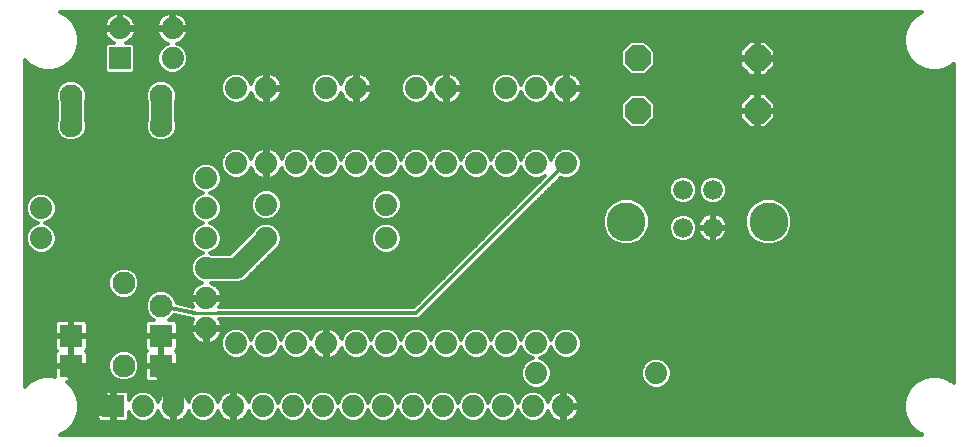
<source format=gbl>
G75*
G70*
%OFA0B0*%
%FSLAX24Y24*%
%IPPOS*%
%LPD*%
%AMOC8*
5,1,8,0,0,1.08239X$1,22.5*
%
%ADD10C,0.0740*%
%ADD11C,0.0660*%
%ADD12C,0.1300*%
%ADD13R,0.0740X0.0740*%
%ADD14OC8,0.0850*%
%ADD15R,0.0760X0.0760*%
%ADD16C,0.0760*%
%ADD17C,0.0700*%
%ADD18C,0.0120*%
%ADD19C,0.0100*%
D10*
X004956Y001559D03*
X005956Y001559D03*
X006956Y001559D03*
X007956Y001559D03*
X008956Y001559D03*
X009956Y001559D03*
X010956Y001559D03*
X011956Y001559D03*
X012956Y001559D03*
X013956Y001559D03*
X014956Y001559D03*
X015956Y001559D03*
X016956Y001559D03*
X017956Y001559D03*
X018956Y001559D03*
X018054Y002661D03*
X018054Y003661D03*
X017054Y003661D03*
X016054Y003661D03*
X015054Y003661D03*
X014054Y003661D03*
X013054Y003661D03*
X012054Y003661D03*
X011054Y003661D03*
X010054Y003661D03*
X009054Y003661D03*
X008054Y003661D03*
X007054Y004161D03*
X007054Y005161D03*
X007054Y006161D03*
X007054Y007161D03*
X009054Y007161D03*
X007054Y008161D03*
X007054Y009161D03*
X008054Y009661D03*
X009054Y009661D03*
X010054Y009661D03*
X011054Y009661D03*
X012054Y009661D03*
X013054Y009661D03*
X014054Y009661D03*
X015054Y009661D03*
X016054Y009661D03*
X017054Y009661D03*
X018054Y009661D03*
X019054Y009661D03*
X019054Y012161D03*
X018054Y012161D03*
X017054Y012161D03*
X015054Y012161D03*
X014054Y012161D03*
X012054Y012161D03*
X011054Y012161D03*
X009054Y012161D03*
X008054Y012161D03*
X005929Y013161D03*
X005929Y014161D03*
X004179Y014161D03*
X009054Y008286D03*
X013054Y008286D03*
X013054Y007161D03*
X019054Y003661D03*
X022054Y002661D03*
X001554Y007161D03*
X001554Y008161D03*
D11*
X022954Y008776D03*
X023934Y008776D03*
X023934Y007516D03*
X022954Y007516D03*
D12*
X021054Y007716D03*
X025794Y007716D03*
D13*
X004179Y013161D03*
X003956Y001559D03*
D14*
X021429Y011411D03*
X021429Y013161D03*
X025429Y013161D03*
X025429Y011411D03*
D15*
X005554Y003911D03*
X005554Y002911D03*
X002554Y002911D03*
X002554Y003911D03*
D16*
X004304Y002911D03*
X005554Y004911D03*
X004304Y005661D03*
X005554Y010911D03*
X005554Y011911D03*
X002554Y011911D03*
X002554Y010911D03*
D17*
X002554Y011911D01*
X005554Y011911D02*
X005554Y010911D01*
X009054Y007161D02*
X008054Y006161D01*
X007054Y006161D01*
X005554Y002911D02*
X005956Y002260D01*
X005956Y001559D01*
X003956Y001559D02*
X003657Y001559D01*
X002554Y002911D01*
D18*
X002411Y000750D02*
X002189Y000621D01*
X030920Y000621D01*
X030697Y000750D01*
X030509Y000938D01*
X030376Y001169D01*
X030307Y001426D01*
X030307Y001692D01*
X030376Y001949D01*
X030509Y002180D01*
X030697Y002368D01*
X030928Y002501D01*
X031185Y002570D01*
X031451Y002570D01*
X031708Y002501D01*
X031939Y002368D01*
X031969Y002338D01*
X031965Y012981D01*
X031939Y012954D01*
X031708Y012821D01*
X031451Y012752D01*
X031185Y012752D01*
X030928Y012821D01*
X030697Y012954D01*
X030509Y013143D01*
X030376Y013373D01*
X030307Y013630D01*
X030307Y013897D01*
X030376Y014154D01*
X030509Y014384D01*
X030697Y014573D01*
X030920Y014701D01*
X002189Y014701D01*
X002411Y014573D01*
X002600Y014384D01*
X002733Y014154D01*
X002802Y013897D01*
X002802Y013630D01*
X002733Y013373D01*
X002600Y013143D01*
X002411Y012954D01*
X002181Y012821D01*
X001924Y012752D01*
X001657Y012752D01*
X001400Y012821D01*
X001170Y012954D01*
X001014Y013110D01*
X001014Y002213D01*
X001170Y002368D01*
X001400Y002501D01*
X001657Y002570D01*
X001924Y002570D01*
X002014Y002546D01*
X002014Y002873D01*
X002516Y002873D01*
X002516Y002950D01*
X002516Y003371D01*
X002516Y003873D01*
X002014Y003873D01*
X002014Y003510D01*
X002025Y003469D01*
X002046Y003433D01*
X002068Y003411D01*
X002046Y003389D01*
X002025Y003353D01*
X002014Y003312D01*
X002014Y002950D01*
X002516Y002950D01*
X002593Y002950D01*
X002593Y003371D01*
X002593Y003873D01*
X002593Y003950D01*
X002516Y003950D01*
X002516Y004451D01*
X002153Y004451D01*
X002113Y004440D01*
X002076Y004419D01*
X002046Y004389D01*
X002025Y004353D01*
X002014Y004312D01*
X002014Y003950D01*
X002516Y003950D01*
X002516Y003873D01*
X002593Y003873D01*
X003094Y003873D01*
X003094Y003510D01*
X003083Y003469D01*
X003062Y003433D01*
X003041Y003411D01*
X003062Y003389D01*
X003083Y003353D01*
X003094Y003312D01*
X003094Y002950D01*
X002593Y002950D01*
X002593Y002873D01*
X003094Y002873D01*
X003094Y002510D01*
X003083Y002469D01*
X003062Y002433D01*
X003033Y002403D01*
X002996Y002382D01*
X002955Y002371D01*
X002593Y002371D01*
X002593Y002873D01*
X002516Y002873D01*
X002516Y002371D01*
X002406Y002371D01*
X002411Y002368D01*
X002600Y002180D01*
X002733Y001949D01*
X002802Y001692D01*
X002802Y001426D01*
X002733Y001169D01*
X002600Y000938D01*
X002411Y000750D01*
X002416Y000754D02*
X030693Y000754D01*
X030574Y000873D02*
X002534Y000873D01*
X002630Y000991D02*
X030478Y000991D01*
X030410Y001110D02*
X019239Y001110D01*
X019234Y001106D02*
X019301Y001155D01*
X019360Y001214D01*
X019409Y001281D01*
X019447Y001355D01*
X019473Y001435D01*
X019486Y001517D01*
X019486Y001519D01*
X018996Y001519D01*
X018996Y001599D01*
X018916Y001599D01*
X018916Y002089D01*
X018914Y002089D01*
X018832Y002076D01*
X018752Y002050D01*
X018678Y002012D01*
X018611Y001963D01*
X018552Y001904D01*
X018503Y001837D01*
X018465Y001762D01*
X018447Y001707D01*
X018388Y001848D01*
X018245Y001991D01*
X018057Y002069D01*
X017854Y002069D01*
X017667Y001991D01*
X017524Y001848D01*
X017456Y001684D01*
X017388Y001848D01*
X017245Y001991D01*
X017057Y002069D01*
X016854Y002069D01*
X016667Y001991D01*
X016524Y001848D01*
X016456Y001684D01*
X016388Y001848D01*
X016245Y001991D01*
X016057Y002069D01*
X015854Y002069D01*
X015667Y001991D01*
X015524Y001848D01*
X015456Y001684D01*
X015388Y001848D01*
X015245Y001991D01*
X015057Y002069D01*
X014854Y002069D01*
X014667Y001991D01*
X014524Y001848D01*
X014456Y001684D01*
X014388Y001848D01*
X014245Y001991D01*
X014057Y002069D01*
X013854Y002069D01*
X013667Y001991D01*
X013524Y001848D01*
X013456Y001684D01*
X013388Y001848D01*
X013245Y001991D01*
X013057Y002069D01*
X012854Y002069D01*
X012667Y001991D01*
X012524Y001848D01*
X012456Y001684D01*
X012388Y001848D01*
X012245Y001991D01*
X012057Y002069D01*
X011854Y002069D01*
X011667Y001991D01*
X011524Y001848D01*
X011456Y001684D01*
X011388Y001848D01*
X011245Y001991D01*
X011057Y002069D01*
X010854Y002069D01*
X010667Y001991D01*
X010524Y001848D01*
X010456Y001684D01*
X010388Y001848D01*
X010245Y001991D01*
X010057Y002069D01*
X009854Y002069D01*
X009667Y001991D01*
X009524Y001848D01*
X009456Y001684D01*
X009388Y001848D01*
X009245Y001991D01*
X009057Y002069D01*
X008854Y002069D01*
X008667Y001991D01*
X008524Y001848D01*
X008465Y001707D01*
X008447Y001762D01*
X008409Y001837D01*
X008360Y001904D01*
X008301Y001963D01*
X008234Y002012D01*
X008159Y002050D01*
X008080Y002076D01*
X007998Y002089D01*
X007996Y002089D01*
X007996Y001599D01*
X007916Y001599D01*
X007916Y002089D01*
X007914Y002089D01*
X007832Y002076D01*
X007752Y002050D01*
X007678Y002012D01*
X007611Y001963D01*
X007552Y001904D01*
X007503Y001837D01*
X007465Y001762D01*
X007447Y001707D01*
X007388Y001848D01*
X007245Y001991D01*
X007057Y002069D01*
X006854Y002069D01*
X006667Y001991D01*
X006524Y001848D01*
X006465Y001707D01*
X006447Y001762D01*
X006409Y001837D01*
X006360Y001904D01*
X006301Y001963D01*
X006234Y002012D01*
X006159Y002050D01*
X006080Y002076D01*
X005998Y002089D01*
X005996Y002089D01*
X005996Y001599D01*
X005916Y001599D01*
X005916Y002089D01*
X005914Y002089D01*
X005832Y002076D01*
X005752Y002050D01*
X005678Y002012D01*
X005611Y001963D01*
X005552Y001904D01*
X005503Y001837D01*
X005465Y001762D01*
X005447Y001707D01*
X005388Y001848D01*
X005245Y001991D01*
X005057Y002069D01*
X004854Y002069D01*
X004667Y001991D01*
X004524Y001848D01*
X004486Y001757D01*
X004486Y001950D01*
X004475Y001991D01*
X004454Y002027D01*
X004424Y002057D01*
X004388Y002078D01*
X004347Y002089D01*
X003996Y002089D01*
X003996Y001599D01*
X003916Y001599D01*
X003916Y002089D01*
X003565Y002089D01*
X003524Y002078D01*
X003488Y002057D01*
X003458Y002027D01*
X003437Y001991D01*
X003426Y001950D01*
X003426Y001599D01*
X003916Y001599D01*
X003916Y001519D01*
X003996Y001519D01*
X003996Y001029D01*
X004347Y001029D01*
X004388Y001040D01*
X004424Y001061D01*
X004454Y001091D01*
X004475Y001127D01*
X004486Y001168D01*
X004486Y001361D01*
X004524Y001270D01*
X004667Y001127D01*
X004854Y001049D01*
X005057Y001049D01*
X005245Y001127D01*
X005388Y001270D01*
X005447Y001411D01*
X005465Y001355D01*
X005503Y001281D01*
X005552Y001214D01*
X005611Y001155D01*
X005678Y001106D01*
X005752Y001068D01*
X005832Y001042D01*
X005914Y001029D01*
X005916Y001029D01*
X005916Y001519D01*
X005996Y001519D01*
X005996Y001029D01*
X005998Y001029D01*
X006080Y001042D01*
X006159Y001068D01*
X006234Y001106D01*
X006301Y001155D01*
X006360Y001214D01*
X006409Y001281D01*
X006447Y001355D01*
X006465Y001411D01*
X006524Y001270D01*
X006667Y001127D01*
X006854Y001049D01*
X007057Y001049D01*
X007245Y001127D01*
X007388Y001270D01*
X007447Y001411D01*
X007465Y001355D01*
X007503Y001281D01*
X007552Y001214D01*
X007611Y001155D01*
X007678Y001106D01*
X007752Y001068D01*
X007832Y001042D01*
X007914Y001029D01*
X007916Y001029D01*
X007916Y001519D01*
X007996Y001519D01*
X007996Y001029D01*
X007998Y001029D01*
X008080Y001042D01*
X008159Y001068D01*
X008234Y001106D01*
X008301Y001155D01*
X008360Y001214D01*
X008409Y001281D01*
X008447Y001355D01*
X008465Y001411D01*
X008524Y001270D01*
X008667Y001127D01*
X008854Y001049D01*
X009057Y001049D01*
X009245Y001127D01*
X009388Y001270D01*
X009456Y001433D01*
X009524Y001270D01*
X009667Y001127D01*
X009854Y001049D01*
X010057Y001049D01*
X010245Y001127D01*
X010388Y001270D01*
X010456Y001433D01*
X010524Y001270D01*
X010667Y001127D01*
X010854Y001049D01*
X011057Y001049D01*
X011245Y001127D01*
X011388Y001270D01*
X011456Y001433D01*
X011524Y001270D01*
X011667Y001127D01*
X011854Y001049D01*
X012057Y001049D01*
X012245Y001127D01*
X012388Y001270D01*
X012456Y001433D01*
X012524Y001270D01*
X012667Y001127D01*
X012854Y001049D01*
X013057Y001049D01*
X013245Y001127D01*
X013388Y001270D01*
X013456Y001433D01*
X013524Y001270D01*
X013667Y001127D01*
X013854Y001049D01*
X014057Y001049D01*
X014245Y001127D01*
X014388Y001270D01*
X014456Y001433D01*
X014524Y001270D01*
X014667Y001127D01*
X014854Y001049D01*
X015057Y001049D01*
X015245Y001127D01*
X015388Y001270D01*
X015456Y001433D01*
X015524Y001270D01*
X015667Y001127D01*
X015854Y001049D01*
X016057Y001049D01*
X016245Y001127D01*
X016388Y001270D01*
X016456Y001433D01*
X016524Y001270D01*
X016667Y001127D01*
X016854Y001049D01*
X017057Y001049D01*
X017245Y001127D01*
X017388Y001270D01*
X017456Y001433D01*
X017524Y001270D01*
X017667Y001127D01*
X017854Y001049D01*
X018057Y001049D01*
X018245Y001127D01*
X018388Y001270D01*
X018447Y001411D01*
X018465Y001355D01*
X018503Y001281D01*
X018552Y001214D01*
X018611Y001155D01*
X018678Y001106D01*
X018752Y001068D01*
X018832Y001042D01*
X018914Y001029D01*
X018916Y001029D01*
X018916Y001519D01*
X018996Y001519D01*
X018996Y001029D01*
X018998Y001029D01*
X019080Y001042D01*
X019159Y001068D01*
X019234Y001106D01*
X019371Y001228D02*
X030360Y001228D01*
X030328Y001347D02*
X019443Y001347D01*
X019478Y001465D02*
X030307Y001465D01*
X030307Y001584D02*
X018996Y001584D01*
X018996Y001599D02*
X019486Y001599D01*
X019486Y001601D01*
X019473Y001683D01*
X019447Y001762D01*
X019409Y001837D01*
X019360Y001904D01*
X019301Y001963D01*
X019234Y002012D01*
X019159Y002050D01*
X019080Y002076D01*
X018998Y002089D01*
X018996Y002089D01*
X018996Y001599D01*
X018996Y001702D02*
X018916Y001702D01*
X018916Y001821D02*
X018996Y001821D01*
X018996Y001939D02*
X018916Y001939D01*
X018916Y002058D02*
X018996Y002058D01*
X019135Y002058D02*
X030439Y002058D01*
X030373Y001939D02*
X019325Y001939D01*
X019417Y001821D02*
X030341Y001821D01*
X030310Y001702D02*
X019467Y001702D01*
X018996Y001465D02*
X018916Y001465D01*
X018916Y001347D02*
X018996Y001347D01*
X018996Y001228D02*
X018916Y001228D01*
X018916Y001110D02*
X018996Y001110D01*
X018673Y001110D02*
X018204Y001110D01*
X018346Y001228D02*
X018541Y001228D01*
X018469Y001347D02*
X018420Y001347D01*
X017708Y001110D02*
X017204Y001110D01*
X017346Y001228D02*
X017565Y001228D01*
X017492Y001347D02*
X017420Y001347D01*
X016708Y001110D02*
X016204Y001110D01*
X016346Y001228D02*
X016565Y001228D01*
X016492Y001347D02*
X016420Y001347D01*
X015708Y001110D02*
X015204Y001110D01*
X015346Y001228D02*
X015565Y001228D01*
X015492Y001347D02*
X015420Y001347D01*
X014708Y001110D02*
X014204Y001110D01*
X014346Y001228D02*
X014565Y001228D01*
X014492Y001347D02*
X014420Y001347D01*
X013708Y001110D02*
X013204Y001110D01*
X013346Y001228D02*
X013565Y001228D01*
X013492Y001347D02*
X013420Y001347D01*
X013448Y001702D02*
X013463Y001702D01*
X013512Y001821D02*
X013399Y001821D01*
X013297Y001939D02*
X013615Y001939D01*
X013828Y002058D02*
X013084Y002058D01*
X012828Y002058D02*
X012084Y002058D01*
X012297Y001939D02*
X012615Y001939D01*
X012512Y001821D02*
X012399Y001821D01*
X012448Y001702D02*
X012463Y001702D01*
X011828Y002058D02*
X011084Y002058D01*
X011297Y001939D02*
X011615Y001939D01*
X011512Y001821D02*
X011399Y001821D01*
X011448Y001702D02*
X011463Y001702D01*
X010828Y002058D02*
X010084Y002058D01*
X010297Y001939D02*
X010615Y001939D01*
X010512Y001821D02*
X010399Y001821D01*
X010448Y001702D02*
X010463Y001702D01*
X009828Y002058D02*
X009084Y002058D01*
X009297Y001939D02*
X009615Y001939D01*
X009512Y001821D02*
X009399Y001821D01*
X009448Y001702D02*
X009463Y001702D01*
X008828Y002058D02*
X008135Y002058D01*
X007996Y002058D02*
X007916Y002058D01*
X007916Y001939D02*
X007996Y001939D01*
X007996Y001821D02*
X007916Y001821D01*
X007916Y001702D02*
X007996Y001702D01*
X008325Y001939D02*
X008615Y001939D01*
X008512Y001821D02*
X008417Y001821D01*
X007996Y001465D02*
X007916Y001465D01*
X007916Y001347D02*
X007996Y001347D01*
X007996Y001228D02*
X007916Y001228D01*
X007916Y001110D02*
X007996Y001110D01*
X008239Y001110D02*
X008708Y001110D01*
X008565Y001228D02*
X008371Y001228D01*
X008443Y001347D02*
X008492Y001347D01*
X009204Y001110D02*
X009708Y001110D01*
X009565Y001228D02*
X009346Y001228D01*
X009420Y001347D02*
X009492Y001347D01*
X010204Y001110D02*
X010708Y001110D01*
X010565Y001228D02*
X010346Y001228D01*
X010420Y001347D02*
X010492Y001347D01*
X011204Y001110D02*
X011708Y001110D01*
X011565Y001228D02*
X011346Y001228D01*
X011420Y001347D02*
X011492Y001347D01*
X012204Y001110D02*
X012708Y001110D01*
X012565Y001228D02*
X012346Y001228D01*
X012420Y001347D02*
X012492Y001347D01*
X014084Y002058D02*
X014828Y002058D01*
X014615Y001939D02*
X014297Y001939D01*
X014399Y001821D02*
X014512Y001821D01*
X014463Y001702D02*
X014448Y001702D01*
X015084Y002058D02*
X015828Y002058D01*
X015615Y001939D02*
X015297Y001939D01*
X015399Y001821D02*
X015512Y001821D01*
X015463Y001702D02*
X015448Y001702D01*
X016084Y002058D02*
X016828Y002058D01*
X016615Y001939D02*
X016297Y001939D01*
X016399Y001821D02*
X016512Y001821D01*
X016463Y001702D02*
X016448Y001702D01*
X017084Y002058D02*
X017828Y002058D01*
X017892Y002176D02*
X002602Y002176D01*
X002670Y002058D02*
X003489Y002058D01*
X003426Y001939D02*
X002735Y001939D01*
X002767Y001821D02*
X003426Y001821D01*
X003426Y001702D02*
X002799Y001702D01*
X002802Y001584D02*
X003916Y001584D01*
X003916Y001519D02*
X003426Y001519D01*
X003426Y001168D01*
X003437Y001127D01*
X003458Y001091D01*
X003488Y001061D01*
X003524Y001040D01*
X003565Y001029D01*
X003916Y001029D01*
X003916Y001519D01*
X003916Y001465D02*
X003996Y001465D01*
X003996Y001347D02*
X003916Y001347D01*
X003916Y001228D02*
X003996Y001228D01*
X003996Y001110D02*
X003916Y001110D01*
X004465Y001110D02*
X004708Y001110D01*
X004565Y001228D02*
X004486Y001228D01*
X004486Y001347D02*
X004492Y001347D01*
X005204Y001110D02*
X005673Y001110D01*
X005541Y001228D02*
X005346Y001228D01*
X005420Y001347D02*
X005469Y001347D01*
X005916Y001347D02*
X005996Y001347D01*
X005996Y001465D02*
X005916Y001465D01*
X005916Y001228D02*
X005996Y001228D01*
X005996Y001110D02*
X005916Y001110D01*
X006239Y001110D02*
X006708Y001110D01*
X006565Y001228D02*
X006371Y001228D01*
X006443Y001347D02*
X006492Y001347D01*
X006512Y001821D02*
X006417Y001821D01*
X006325Y001939D02*
X006615Y001939D01*
X006828Y002058D02*
X006135Y002058D01*
X005996Y002058D02*
X005916Y002058D01*
X005916Y001939D02*
X005996Y001939D01*
X005996Y001821D02*
X005916Y001821D01*
X005916Y001702D02*
X005996Y001702D01*
X005587Y001939D02*
X005297Y001939D01*
X005399Y001821D02*
X005495Y001821D01*
X005777Y002058D02*
X005084Y002058D01*
X004828Y002058D02*
X004422Y002058D01*
X004486Y001939D02*
X004615Y001939D01*
X004512Y001821D02*
X004486Y001821D01*
X003996Y001821D02*
X003916Y001821D01*
X003916Y001939D02*
X003996Y001939D01*
X003996Y002058D02*
X003916Y002058D01*
X003916Y001702D02*
X003996Y001702D01*
X003426Y001465D02*
X002802Y001465D01*
X002781Y001347D02*
X003426Y001347D01*
X003426Y001228D02*
X002749Y001228D01*
X002699Y001110D02*
X003447Y001110D01*
X002213Y000635D02*
X030895Y000635D01*
X030507Y002176D02*
X022217Y002176D01*
X022156Y002151D02*
X022343Y002229D01*
X022487Y002372D01*
X022564Y002560D01*
X022564Y002763D01*
X022487Y002950D01*
X022343Y003094D01*
X022156Y003171D01*
X021953Y003171D01*
X021765Y003094D01*
X021622Y002950D01*
X021544Y002763D01*
X021544Y002560D01*
X021622Y002372D01*
X021765Y002229D01*
X021953Y002151D01*
X022156Y002151D01*
X021892Y002176D02*
X018217Y002176D01*
X018156Y002151D02*
X018343Y002229D01*
X018487Y002372D01*
X018564Y002560D01*
X018564Y002763D01*
X018487Y002950D01*
X018343Y003094D01*
X018180Y003161D01*
X018343Y003229D01*
X018487Y003372D01*
X018554Y003536D01*
X018622Y003372D01*
X018765Y003229D01*
X018953Y003151D01*
X019156Y003151D01*
X019343Y003229D01*
X019487Y003372D01*
X019564Y003560D01*
X019564Y003763D01*
X019487Y003950D01*
X019343Y004094D01*
X019156Y004171D01*
X018953Y004171D01*
X018765Y004094D01*
X018622Y003950D01*
X018554Y003787D01*
X018487Y003950D01*
X018343Y004094D01*
X018156Y004171D01*
X017953Y004171D01*
X017765Y004094D01*
X017622Y003950D01*
X017554Y003787D01*
X017487Y003950D01*
X017343Y004094D01*
X017156Y004171D01*
X016953Y004171D01*
X016765Y004094D01*
X016622Y003950D01*
X016554Y003787D01*
X016487Y003950D01*
X016343Y004094D01*
X016156Y004171D01*
X015953Y004171D01*
X015765Y004094D01*
X015622Y003950D01*
X015554Y003787D01*
X015487Y003950D01*
X015343Y004094D01*
X015156Y004171D01*
X014953Y004171D01*
X014765Y004094D01*
X014622Y003950D01*
X014554Y003787D01*
X014487Y003950D01*
X014343Y004094D01*
X014156Y004171D01*
X013953Y004171D01*
X013765Y004094D01*
X013622Y003950D01*
X013554Y003787D01*
X013487Y003950D01*
X013343Y004094D01*
X013156Y004171D01*
X012953Y004171D01*
X012765Y004094D01*
X012622Y003950D01*
X012554Y003787D01*
X012487Y003950D01*
X012343Y004094D01*
X012156Y004171D01*
X011953Y004171D01*
X011765Y004094D01*
X011622Y003950D01*
X011564Y003809D01*
X011545Y003865D01*
X011508Y003939D01*
X011459Y004006D01*
X011400Y004065D01*
X011332Y004115D01*
X011258Y004152D01*
X011178Y004178D01*
X011096Y004191D01*
X011094Y004191D01*
X011094Y003701D01*
X011014Y003701D01*
X011014Y004191D01*
X011013Y004191D01*
X010930Y004178D01*
X010851Y004152D01*
X010777Y004115D01*
X010709Y004065D01*
X010650Y004006D01*
X010601Y003939D01*
X010563Y003865D01*
X010545Y003809D01*
X010487Y003950D01*
X010343Y004094D01*
X010156Y004171D01*
X009953Y004171D01*
X009765Y004094D01*
X009622Y003950D01*
X009554Y003787D01*
X009487Y003950D01*
X009343Y004094D01*
X009156Y004171D01*
X008953Y004171D01*
X008765Y004094D01*
X008622Y003950D01*
X008554Y003787D01*
X008487Y003950D01*
X008343Y004094D01*
X008156Y004171D01*
X007953Y004171D01*
X007765Y004094D01*
X007622Y003950D01*
X007544Y003763D01*
X007544Y003560D01*
X007622Y003372D01*
X007765Y003229D01*
X007953Y003151D01*
X008156Y003151D01*
X008343Y003229D01*
X008487Y003372D01*
X008554Y003536D01*
X008622Y003372D01*
X008765Y003229D01*
X008953Y003151D01*
X009156Y003151D01*
X009343Y003229D01*
X009487Y003372D01*
X009554Y003536D01*
X009622Y003372D01*
X009765Y003229D01*
X009953Y003151D01*
X010156Y003151D01*
X010343Y003229D01*
X010487Y003372D01*
X010545Y003513D01*
X010563Y003458D01*
X010601Y003383D01*
X010650Y003316D01*
X010709Y003257D01*
X010777Y003208D01*
X010851Y003170D01*
X010930Y003144D01*
X011013Y003131D01*
X011014Y003131D01*
X011014Y003621D01*
X011094Y003621D01*
X011094Y003131D01*
X011096Y003131D01*
X011178Y003144D01*
X011258Y003170D01*
X011332Y003208D01*
X011400Y003257D01*
X011459Y003316D01*
X011508Y003383D01*
X011545Y003458D01*
X011564Y003513D01*
X011622Y003372D01*
X011765Y003229D01*
X011953Y003151D01*
X012156Y003151D01*
X012343Y003229D01*
X012487Y003372D01*
X012554Y003536D01*
X012622Y003372D01*
X012765Y003229D01*
X012953Y003151D01*
X013156Y003151D01*
X013343Y003229D01*
X013487Y003372D01*
X013554Y003536D01*
X013622Y003372D01*
X013765Y003229D01*
X013953Y003151D01*
X014156Y003151D01*
X014343Y003229D01*
X014487Y003372D01*
X014554Y003536D01*
X014622Y003372D01*
X014765Y003229D01*
X014953Y003151D01*
X015156Y003151D01*
X015343Y003229D01*
X015487Y003372D01*
X015554Y003536D01*
X015622Y003372D01*
X015765Y003229D01*
X015953Y003151D01*
X016156Y003151D01*
X016343Y003229D01*
X016487Y003372D01*
X016554Y003536D01*
X016622Y003372D01*
X016765Y003229D01*
X016953Y003151D01*
X017156Y003151D01*
X017343Y003229D01*
X017487Y003372D01*
X017554Y003536D01*
X017622Y003372D01*
X017765Y003229D01*
X017929Y003161D01*
X017765Y003094D01*
X017622Y002950D01*
X017544Y002763D01*
X017544Y002560D01*
X017622Y002372D01*
X017765Y002229D01*
X017953Y002151D01*
X018156Y002151D01*
X018084Y002058D02*
X018777Y002058D01*
X018587Y001939D02*
X018297Y001939D01*
X018399Y001821D02*
X018495Y001821D01*
X017615Y001939D02*
X017297Y001939D01*
X017399Y001821D02*
X017512Y001821D01*
X017463Y001702D02*
X017449Y001702D01*
X017699Y002295D02*
X002484Y002295D01*
X002516Y002414D02*
X002593Y002414D01*
X002593Y002532D02*
X002516Y002532D01*
X002516Y002651D02*
X002593Y002651D01*
X002593Y002769D02*
X002516Y002769D01*
X002516Y002888D02*
X001014Y002888D01*
X001014Y003006D02*
X002014Y003006D01*
X002014Y003125D02*
X001014Y003125D01*
X001014Y003243D02*
X002014Y003243D01*
X002030Y003362D02*
X001014Y003362D01*
X001014Y003480D02*
X002022Y003480D01*
X002014Y003599D02*
X001014Y003599D01*
X001014Y003718D02*
X002014Y003718D01*
X002014Y003836D02*
X001014Y003836D01*
X001014Y003955D02*
X002014Y003955D01*
X002014Y004073D02*
X001014Y004073D01*
X001014Y004192D02*
X002014Y004192D01*
X002014Y004310D02*
X001014Y004310D01*
X001014Y004429D02*
X002093Y004429D01*
X002516Y004429D02*
X002593Y004429D01*
X002593Y004451D02*
X002955Y004451D01*
X002996Y004440D01*
X003033Y004419D01*
X003062Y004389D01*
X003083Y004353D01*
X003094Y004312D01*
X003094Y003950D01*
X002593Y003950D01*
X002593Y004451D01*
X002593Y004310D02*
X002516Y004310D01*
X002516Y004192D02*
X002593Y004192D01*
X002593Y004073D02*
X002516Y004073D01*
X002516Y003955D02*
X002593Y003955D01*
X002593Y003836D02*
X002516Y003836D01*
X002516Y003718D02*
X002593Y003718D01*
X002593Y003599D02*
X002516Y003599D01*
X002516Y003480D02*
X002593Y003480D01*
X002593Y003362D02*
X002516Y003362D01*
X002516Y003243D02*
X002593Y003243D01*
X002593Y003125D02*
X002516Y003125D01*
X002516Y003006D02*
X002593Y003006D01*
X002593Y002888D02*
X003784Y002888D01*
X003784Y002808D02*
X003864Y002617D01*
X004010Y002470D01*
X004201Y002391D01*
X004408Y002391D01*
X004599Y002470D01*
X004745Y002617D01*
X004824Y002808D01*
X004824Y003015D01*
X004745Y003206D01*
X004599Y003352D01*
X004408Y003431D01*
X004201Y003431D01*
X004010Y003352D01*
X003864Y003206D01*
X003784Y003015D01*
X003784Y002808D01*
X003800Y002769D02*
X003094Y002769D01*
X003094Y002651D02*
X003849Y002651D01*
X003948Y002532D02*
X003094Y002532D01*
X003043Y002414D02*
X004147Y002414D01*
X004462Y002414D02*
X005066Y002414D01*
X005076Y002403D02*
X005113Y002382D01*
X005153Y002371D01*
X005516Y002371D01*
X005516Y002873D01*
X005014Y002873D01*
X005014Y002510D01*
X005025Y002469D01*
X005046Y002433D01*
X005076Y002403D01*
X005014Y002532D02*
X004661Y002532D01*
X004759Y002651D02*
X005014Y002651D01*
X005014Y002769D02*
X004808Y002769D01*
X004824Y002888D02*
X005516Y002888D01*
X005516Y002873D02*
X005516Y002950D01*
X005516Y003371D01*
X005516Y003873D01*
X005014Y003873D01*
X005014Y003510D01*
X005025Y003469D01*
X005046Y003433D01*
X005068Y003411D01*
X005046Y003389D01*
X005025Y003353D01*
X005014Y003312D01*
X005014Y002950D01*
X005516Y002950D01*
X005593Y002950D01*
X005593Y003371D01*
X005593Y003873D01*
X005593Y003950D01*
X006094Y003950D01*
X006094Y004312D01*
X006083Y004353D01*
X006062Y004389D01*
X006033Y004419D01*
X005996Y004440D01*
X005955Y004451D01*
X005802Y004451D01*
X005849Y004470D01*
X005988Y004610D01*
X006597Y004475D01*
X006601Y004471D01*
X006612Y004471D01*
X006623Y004469D01*
X006601Y004439D01*
X006563Y004365D01*
X006537Y004285D01*
X006524Y004203D01*
X006524Y004201D01*
X007014Y004201D01*
X007014Y004121D01*
X006524Y004121D01*
X006524Y004120D01*
X006537Y004037D01*
X006563Y003958D01*
X006601Y003883D01*
X006650Y003816D01*
X006709Y003757D01*
X006777Y003708D01*
X006851Y003670D01*
X006930Y003644D01*
X007013Y003631D01*
X007014Y003631D01*
X007014Y004121D01*
X007094Y004121D01*
X007094Y003631D01*
X007096Y003631D01*
X007178Y003644D01*
X007258Y003670D01*
X007332Y003708D01*
X007400Y003757D01*
X007459Y003816D01*
X007508Y003883D01*
X007545Y003958D01*
X007571Y004037D01*
X007584Y004120D01*
X007584Y004121D01*
X007095Y004121D01*
X007095Y004201D01*
X007584Y004201D01*
X007584Y004203D01*
X007571Y004285D01*
X007545Y004365D01*
X007508Y004439D01*
X007491Y004461D01*
X014137Y004461D01*
X014254Y004578D01*
X014254Y004578D01*
X018864Y009188D01*
X018953Y009151D01*
X019156Y009151D01*
X019343Y009229D01*
X019487Y009372D01*
X019564Y009560D01*
X019564Y009763D01*
X031966Y009763D01*
X031966Y009645D02*
X019564Y009645D01*
X019564Y009763D02*
X019487Y009950D01*
X019343Y010094D01*
X019156Y010171D01*
X018953Y010171D01*
X018765Y010094D01*
X018622Y009950D01*
X018554Y009787D01*
X018487Y009950D01*
X018343Y010094D01*
X018156Y010171D01*
X017953Y010171D01*
X017765Y010094D01*
X017622Y009950D01*
X017554Y009787D01*
X017487Y009950D01*
X017343Y010094D01*
X017156Y010171D01*
X016953Y010171D01*
X016765Y010094D01*
X016622Y009950D01*
X016554Y009787D01*
X016487Y009950D01*
X016343Y010094D01*
X016156Y010171D01*
X015953Y010171D01*
X015765Y010094D01*
X015622Y009950D01*
X015554Y009787D01*
X015487Y009950D01*
X015343Y010094D01*
X015156Y010171D01*
X014953Y010171D01*
X014765Y010094D01*
X014622Y009950D01*
X014554Y009787D01*
X014487Y009950D01*
X014343Y010094D01*
X014156Y010171D01*
X013953Y010171D01*
X013765Y010094D01*
X013622Y009950D01*
X013554Y009787D01*
X013487Y009950D01*
X013343Y010094D01*
X013156Y010171D01*
X012953Y010171D01*
X012765Y010094D01*
X012622Y009950D01*
X012554Y009787D01*
X012487Y009950D01*
X012343Y010094D01*
X012156Y010171D01*
X011953Y010171D01*
X011765Y010094D01*
X011622Y009950D01*
X011554Y009787D01*
X011487Y009950D01*
X011343Y010094D01*
X011156Y010171D01*
X010953Y010171D01*
X010765Y010094D01*
X010622Y009950D01*
X010554Y009787D01*
X010487Y009950D01*
X010343Y010094D01*
X010156Y010171D01*
X009953Y010171D01*
X009765Y010094D01*
X009622Y009950D01*
X009564Y009809D01*
X009545Y009865D01*
X009508Y009939D01*
X009459Y010006D01*
X009400Y010065D01*
X009332Y010115D01*
X009258Y010152D01*
X009178Y010178D01*
X009096Y010191D01*
X009094Y010191D01*
X009094Y009701D01*
X009014Y009701D01*
X009014Y010191D01*
X009013Y010191D01*
X008930Y010178D01*
X008851Y010152D01*
X008777Y010115D01*
X008709Y010065D01*
X008650Y010006D01*
X008601Y009939D01*
X008563Y009865D01*
X008545Y009809D01*
X008487Y009950D01*
X008343Y010094D01*
X008156Y010171D01*
X007953Y010171D01*
X007765Y010094D01*
X007622Y009950D01*
X007544Y009763D01*
X007544Y009560D01*
X007622Y009372D01*
X007765Y009229D01*
X007953Y009151D01*
X008156Y009151D01*
X008343Y009229D01*
X008487Y009372D01*
X008545Y009513D01*
X008563Y009458D01*
X008601Y009383D01*
X008650Y009316D01*
X008709Y009257D01*
X008777Y009208D01*
X008851Y009170D01*
X008930Y009144D01*
X009013Y009131D01*
X009014Y009131D01*
X009014Y009621D01*
X009094Y009621D01*
X009094Y009131D01*
X009096Y009131D01*
X009178Y009144D01*
X009258Y009170D01*
X009332Y009208D01*
X009400Y009257D01*
X009459Y009316D01*
X009508Y009383D01*
X009545Y009458D01*
X009564Y009513D01*
X009622Y009372D01*
X009765Y009229D01*
X009953Y009151D01*
X010156Y009151D01*
X010343Y009229D01*
X010487Y009372D01*
X010554Y009536D01*
X010622Y009372D01*
X010765Y009229D01*
X010953Y009151D01*
X011156Y009151D01*
X011343Y009229D01*
X011487Y009372D01*
X011554Y009536D01*
X011622Y009372D01*
X011765Y009229D01*
X011953Y009151D01*
X012156Y009151D01*
X012343Y009229D01*
X012487Y009372D01*
X012554Y009536D01*
X012622Y009372D01*
X012765Y009229D01*
X012953Y009151D01*
X013156Y009151D01*
X013343Y009229D01*
X013487Y009372D01*
X013554Y009536D01*
X013622Y009372D01*
X013765Y009229D01*
X013953Y009151D01*
X014156Y009151D01*
X014343Y009229D01*
X014487Y009372D01*
X014554Y009536D01*
X014622Y009372D01*
X014765Y009229D01*
X014953Y009151D01*
X015156Y009151D01*
X015343Y009229D01*
X015487Y009372D01*
X015554Y009536D01*
X015622Y009372D01*
X015765Y009229D01*
X015953Y009151D01*
X016156Y009151D01*
X016343Y009229D01*
X016487Y009372D01*
X016554Y009536D01*
X016622Y009372D01*
X016765Y009229D01*
X016953Y009151D01*
X017156Y009151D01*
X017343Y009229D01*
X017487Y009372D01*
X017554Y009536D01*
X017622Y009372D01*
X017765Y009229D01*
X017953Y009151D01*
X018156Y009151D01*
X018336Y009226D01*
X013971Y004861D01*
X007491Y004861D01*
X007508Y004883D01*
X007545Y004958D01*
X007571Y005037D01*
X007584Y005120D01*
X007584Y005121D01*
X007095Y005121D01*
X007095Y005201D01*
X007584Y005201D01*
X007584Y005203D01*
X007571Y005285D01*
X007545Y005365D01*
X007508Y005439D01*
X007459Y005506D01*
X007400Y005565D01*
X007332Y005615D01*
X007258Y005652D01*
X007202Y005670D01*
X007204Y005671D01*
X007957Y005671D01*
X008152Y005671D01*
X008332Y005746D01*
X009295Y006709D01*
X009343Y006729D01*
X009487Y006872D01*
X009564Y007060D01*
X009564Y007263D01*
X009487Y007450D01*
X009343Y007594D01*
X009156Y007671D01*
X008953Y007671D01*
X008765Y007594D01*
X008622Y007450D01*
X008602Y007402D01*
X007851Y006651D01*
X007204Y006651D01*
X007180Y006661D01*
X007343Y006729D01*
X007487Y006872D01*
X007564Y007060D01*
X007564Y007263D01*
X007487Y007450D01*
X007343Y007594D01*
X007180Y007661D01*
X007343Y007729D01*
X007487Y007872D01*
X007564Y008060D01*
X007564Y008263D01*
X007487Y008450D01*
X007343Y008594D01*
X007180Y008661D01*
X007343Y008729D01*
X007487Y008872D01*
X007564Y009060D01*
X007564Y009263D01*
X007487Y009450D01*
X007343Y009594D01*
X007156Y009671D01*
X006953Y009671D01*
X006765Y009594D01*
X006622Y009450D01*
X006544Y009263D01*
X006544Y009060D01*
X006622Y008872D01*
X006765Y008729D01*
X006929Y008661D01*
X006765Y008594D01*
X006622Y008450D01*
X006544Y008263D01*
X006544Y008060D01*
X006622Y007872D01*
X006765Y007729D01*
X006929Y007661D01*
X006765Y007594D01*
X006622Y007450D01*
X006544Y007263D01*
X006544Y007060D01*
X006622Y006872D01*
X006765Y006729D01*
X006929Y006661D01*
X006765Y006594D01*
X006622Y006450D01*
X006544Y006263D01*
X006544Y006060D01*
X006622Y005872D01*
X006765Y005729D01*
X006906Y005670D01*
X006851Y005652D01*
X006777Y005615D01*
X006709Y005565D01*
X006650Y005506D01*
X006601Y005439D01*
X006563Y005365D01*
X006537Y005285D01*
X006524Y005203D01*
X006524Y005201D01*
X007014Y005201D01*
X007014Y005121D01*
X006524Y005121D01*
X006524Y005120D01*
X006537Y005037D01*
X006563Y004958D01*
X006601Y004883D01*
X006074Y005001D01*
X006074Y005015D01*
X005995Y005206D01*
X005849Y005352D01*
X005658Y005431D01*
X005451Y005431D01*
X005260Y005352D01*
X005114Y005206D01*
X005034Y005015D01*
X005034Y004808D01*
X005114Y004617D01*
X005260Y004470D01*
X005306Y004451D01*
X005153Y004451D01*
X005113Y004440D01*
X005076Y004419D01*
X005046Y004389D01*
X005025Y004353D01*
X005014Y004312D01*
X005014Y003950D01*
X005516Y003950D01*
X005516Y003873D01*
X005593Y003873D01*
X006094Y003873D01*
X006094Y003510D01*
X006083Y003469D01*
X006062Y003433D01*
X006041Y003411D01*
X006062Y003389D01*
X006083Y003353D01*
X006094Y003312D01*
X006094Y002950D01*
X005593Y002950D01*
X005593Y002873D01*
X006094Y002873D01*
X006094Y002510D01*
X006083Y002469D01*
X006062Y002433D01*
X006033Y002403D01*
X005996Y002382D01*
X005955Y002371D01*
X005593Y002371D01*
X005593Y002873D01*
X005516Y002873D01*
X005593Y002888D02*
X017596Y002888D01*
X017547Y002769D02*
X006094Y002769D01*
X006094Y002651D02*
X017544Y002651D01*
X017556Y002532D02*
X006094Y002532D01*
X006043Y002414D02*
X017605Y002414D01*
X018409Y002295D02*
X021699Y002295D01*
X021605Y002414D02*
X018504Y002414D01*
X018553Y002532D02*
X021556Y002532D01*
X021544Y002651D02*
X018564Y002651D01*
X018562Y002769D02*
X021547Y002769D01*
X021596Y002888D02*
X018513Y002888D01*
X018430Y003006D02*
X021678Y003006D01*
X021841Y003125D02*
X018268Y003125D01*
X018358Y003243D02*
X018751Y003243D01*
X018632Y003362D02*
X018476Y003362D01*
X018531Y003480D02*
X018577Y003480D01*
X017841Y003125D02*
X006094Y003125D01*
X006094Y003243D02*
X007751Y003243D01*
X007632Y003362D02*
X006078Y003362D01*
X006086Y003480D02*
X007577Y003480D01*
X007544Y003599D02*
X006094Y003599D01*
X006094Y003718D02*
X006763Y003718D01*
X006635Y003836D02*
X006094Y003836D01*
X006094Y003955D02*
X006565Y003955D01*
X006532Y004073D02*
X006094Y004073D01*
X006094Y004192D02*
X007014Y004192D01*
X007095Y004192D02*
X031968Y004192D01*
X031968Y004310D02*
X007563Y004310D01*
X007513Y004429D02*
X031968Y004429D01*
X031968Y004547D02*
X014223Y004547D01*
X014342Y004666D02*
X031968Y004666D01*
X031968Y004784D02*
X014460Y004784D01*
X014579Y004903D02*
X031968Y004903D01*
X031968Y005022D02*
X014697Y005022D01*
X014816Y005140D02*
X031968Y005140D01*
X031968Y005259D02*
X014934Y005259D01*
X015053Y005377D02*
X031968Y005377D01*
X031968Y005496D02*
X015172Y005496D01*
X015290Y005614D02*
X031968Y005614D01*
X031968Y005733D02*
X015409Y005733D01*
X015527Y005851D02*
X031967Y005851D01*
X031967Y005970D02*
X015646Y005970D01*
X015764Y006088D02*
X031967Y006088D01*
X031967Y006207D02*
X015883Y006207D01*
X016001Y006326D02*
X031967Y006326D01*
X031967Y006444D02*
X016120Y006444D01*
X016238Y006563D02*
X031967Y006563D01*
X031967Y006681D02*
X016357Y006681D01*
X016476Y006800D02*
X031967Y006800D01*
X031967Y006918D02*
X016594Y006918D01*
X016713Y007037D02*
X020630Y007037D01*
X020607Y007047D02*
X020897Y006926D01*
X021211Y006926D01*
X021502Y007047D01*
X021724Y007269D01*
X021844Y007559D01*
X021844Y007873D01*
X021724Y008164D01*
X021502Y008386D01*
X021211Y008506D01*
X020897Y008506D01*
X020607Y008386D01*
X020385Y008164D01*
X020264Y007873D01*
X020264Y007559D01*
X020385Y007269D01*
X020607Y007047D01*
X020498Y007155D02*
X016831Y007155D01*
X016950Y007274D02*
X020382Y007274D01*
X020333Y007392D02*
X017068Y007392D01*
X017187Y007511D02*
X020284Y007511D01*
X020264Y007629D02*
X017305Y007629D01*
X017424Y007748D02*
X020264Y007748D01*
X020264Y007867D02*
X017542Y007867D01*
X017661Y007985D02*
X020311Y007985D01*
X020360Y008104D02*
X017780Y008104D01*
X017898Y008222D02*
X020443Y008222D01*
X020562Y008341D02*
X018017Y008341D01*
X018135Y008459D02*
X020784Y008459D01*
X021325Y008459D02*
X022607Y008459D01*
X022556Y008510D02*
X022688Y008378D01*
X022861Y008306D01*
X023048Y008306D01*
X023221Y008378D01*
X023353Y008510D01*
X023424Y008683D01*
X023424Y008870D01*
X023353Y009042D01*
X023221Y009175D01*
X023048Y009246D01*
X022861Y009246D01*
X022688Y009175D01*
X022556Y009042D01*
X022484Y008870D01*
X022484Y008683D01*
X022556Y008510D01*
X022528Y008578D02*
X018254Y008578D01*
X018372Y008696D02*
X022484Y008696D01*
X022484Y008815D02*
X018491Y008815D01*
X018609Y008933D02*
X022511Y008933D01*
X022565Y009052D02*
X018728Y009052D01*
X018846Y009171D02*
X018906Y009171D01*
X019202Y009171D02*
X022684Y009171D01*
X023225Y009171D02*
X023664Y009171D01*
X023668Y009175D02*
X023536Y009042D01*
X023464Y008870D01*
X023464Y008683D01*
X023536Y008510D01*
X023668Y008378D01*
X023841Y008306D01*
X024028Y008306D01*
X024201Y008378D01*
X024333Y008510D01*
X024404Y008683D01*
X024404Y008870D01*
X024333Y009042D01*
X024201Y009175D01*
X024028Y009246D01*
X023841Y009246D01*
X023668Y009175D01*
X023545Y009052D02*
X023343Y009052D01*
X023398Y008933D02*
X023491Y008933D01*
X023464Y008815D02*
X023424Y008815D01*
X023424Y008696D02*
X023464Y008696D01*
X023508Y008578D02*
X023381Y008578D01*
X023302Y008459D02*
X023587Y008459D01*
X023758Y008341D02*
X023131Y008341D01*
X022778Y008341D02*
X021547Y008341D01*
X021666Y008222D02*
X025183Y008222D01*
X025125Y008164D02*
X025004Y007873D01*
X025004Y007559D01*
X025125Y007269D01*
X025347Y007047D01*
X025637Y006926D01*
X025951Y006926D01*
X026242Y007047D01*
X026464Y007269D01*
X026584Y007559D01*
X026584Y007873D01*
X026464Y008164D01*
X026242Y008386D01*
X025951Y008506D01*
X025637Y008506D01*
X025347Y008386D01*
X025125Y008164D01*
X025100Y008104D02*
X021749Y008104D01*
X021798Y007985D02*
X022858Y007985D01*
X022861Y007986D02*
X022688Y007915D01*
X022556Y007782D01*
X022484Y007610D01*
X022484Y007423D01*
X022556Y007250D01*
X022688Y007118D01*
X022861Y007046D01*
X023048Y007046D01*
X023221Y007118D01*
X023353Y007250D01*
X023424Y007423D01*
X023424Y007610D01*
X023353Y007782D01*
X023221Y007915D01*
X023048Y007986D01*
X022861Y007986D01*
X023050Y007985D02*
X023792Y007985D01*
X023820Y007994D02*
X023746Y007970D01*
X023677Y007935D01*
X023615Y007890D01*
X023561Y007835D01*
X023515Y007773D01*
X023480Y007704D01*
X023456Y007631D01*
X023444Y007555D01*
X023444Y007546D01*
X023904Y007546D01*
X023904Y007486D01*
X023444Y007486D01*
X023444Y007478D01*
X023456Y007401D01*
X023480Y007328D01*
X023515Y007259D01*
X023561Y007197D01*
X023615Y007142D01*
X023677Y007097D01*
X023746Y007062D01*
X023820Y007038D01*
X023896Y007026D01*
X023904Y007026D01*
X023904Y007486D01*
X023964Y007486D01*
X023964Y007026D01*
X023973Y007026D01*
X024049Y007038D01*
X024122Y007062D01*
X024191Y007097D01*
X024254Y007142D01*
X024308Y007197D01*
X024353Y007259D01*
X024388Y007328D01*
X024412Y007401D01*
X024424Y007478D01*
X024424Y007486D01*
X023965Y007486D01*
X023965Y007546D01*
X024424Y007546D01*
X024424Y007555D01*
X024412Y007631D01*
X024388Y007704D01*
X024353Y007773D01*
X024308Y007835D01*
X024254Y007890D01*
X024191Y007935D01*
X024122Y007970D01*
X024049Y007994D01*
X023973Y008006D01*
X023964Y008006D01*
X023964Y007546D01*
X023904Y007546D01*
X023904Y008006D01*
X023896Y008006D01*
X023820Y007994D01*
X023904Y007985D02*
X023964Y007985D01*
X024077Y007985D02*
X025051Y007985D01*
X025004Y007867D02*
X024277Y007867D01*
X024366Y007748D02*
X025004Y007748D01*
X025004Y007629D02*
X024413Y007629D01*
X024409Y007392D02*
X025073Y007392D01*
X025122Y007274D02*
X024361Y007274D01*
X024266Y007155D02*
X025238Y007155D01*
X025370Y007037D02*
X024039Y007037D01*
X023964Y007037D02*
X023904Y007037D01*
X023829Y007037D02*
X021478Y007037D01*
X021611Y007155D02*
X022651Y007155D01*
X022546Y007274D02*
X021726Y007274D01*
X021775Y007392D02*
X022497Y007392D01*
X022484Y007511D02*
X021824Y007511D01*
X021844Y007629D02*
X022493Y007629D01*
X022542Y007748D02*
X021844Y007748D01*
X021844Y007867D02*
X022640Y007867D01*
X023269Y007867D02*
X023592Y007867D01*
X023503Y007748D02*
X023367Y007748D01*
X023416Y007629D02*
X023456Y007629D01*
X023424Y007511D02*
X023904Y007511D01*
X023965Y007511D02*
X025024Y007511D01*
X023964Y007629D02*
X023904Y007629D01*
X023904Y007748D02*
X023964Y007748D01*
X023964Y007867D02*
X023904Y007867D01*
X023904Y007392D02*
X023964Y007392D01*
X023964Y007274D02*
X023904Y007274D01*
X023904Y007155D02*
X023964Y007155D01*
X023602Y007155D02*
X023258Y007155D01*
X023363Y007274D02*
X023508Y007274D01*
X023459Y007392D02*
X023412Y007392D01*
X024111Y008341D02*
X025302Y008341D01*
X025524Y008459D02*
X024282Y008459D01*
X024361Y008578D02*
X031967Y008578D01*
X031967Y008696D02*
X024404Y008696D01*
X024404Y008815D02*
X031966Y008815D01*
X031966Y008933D02*
X024378Y008933D01*
X024323Y009052D02*
X031966Y009052D01*
X031966Y009171D02*
X024205Y009171D01*
X026065Y008459D02*
X031967Y008459D01*
X031967Y008341D02*
X026287Y008341D01*
X026406Y008222D02*
X031967Y008222D01*
X031967Y008104D02*
X026489Y008104D01*
X026538Y007985D02*
X031967Y007985D01*
X031967Y007867D02*
X026584Y007867D01*
X026584Y007748D02*
X031967Y007748D01*
X031967Y007629D02*
X026584Y007629D01*
X026564Y007511D02*
X031967Y007511D01*
X031967Y007392D02*
X026515Y007392D01*
X026466Y007274D02*
X031967Y007274D01*
X031967Y007155D02*
X026351Y007155D01*
X026218Y007037D02*
X031967Y007037D01*
X031966Y009289D02*
X019403Y009289D01*
X019501Y009408D02*
X031966Y009408D01*
X031966Y009526D02*
X019550Y009526D01*
X019054Y009661D02*
X014054Y004661D01*
X007429Y004661D01*
X007518Y004903D02*
X014013Y004903D01*
X014132Y005022D02*
X007566Y005022D01*
X007576Y005259D02*
X014369Y005259D01*
X014487Y005377D02*
X007539Y005377D01*
X007466Y005496D02*
X014606Y005496D01*
X014725Y005614D02*
X007332Y005614D01*
X006776Y005614D02*
X004824Y005614D01*
X004824Y005558D02*
X004745Y005367D01*
X004599Y005220D01*
X004408Y005141D01*
X004201Y005141D01*
X004010Y005220D01*
X003864Y005367D01*
X003784Y005558D01*
X003784Y005765D01*
X003864Y005956D01*
X004010Y006102D01*
X004201Y006181D01*
X004408Y006181D01*
X004599Y006102D01*
X004745Y005956D01*
X004824Y005765D01*
X004824Y005558D01*
X004799Y005496D02*
X006642Y005496D01*
X006570Y005377D02*
X005788Y005377D01*
X005942Y005259D02*
X006533Y005259D01*
X007014Y005140D02*
X006022Y005140D01*
X006071Y005022D02*
X006542Y005022D01*
X006513Y004903D02*
X006591Y004903D01*
X006679Y004661D02*
X005554Y004911D01*
X005034Y004903D02*
X001014Y004903D01*
X001014Y004784D02*
X005044Y004784D01*
X005093Y004666D02*
X001014Y004666D01*
X001014Y004547D02*
X005183Y004547D01*
X005093Y004429D02*
X003016Y004429D01*
X003094Y004310D02*
X005014Y004310D01*
X005014Y004192D02*
X003094Y004192D01*
X003094Y004073D02*
X005014Y004073D01*
X005014Y003955D02*
X003094Y003955D01*
X003094Y003836D02*
X005014Y003836D01*
X005014Y003718D02*
X003094Y003718D01*
X003094Y003599D02*
X005014Y003599D01*
X005022Y003480D02*
X003086Y003480D01*
X003078Y003362D02*
X004034Y003362D01*
X003901Y003243D02*
X003094Y003243D01*
X003094Y003125D02*
X003830Y003125D01*
X003784Y003006D02*
X003094Y003006D01*
X002014Y002769D02*
X001014Y002769D01*
X001014Y002651D02*
X002014Y002651D01*
X001516Y002532D02*
X001014Y002532D01*
X001014Y002414D02*
X001249Y002414D01*
X001097Y002295D02*
X001014Y002295D01*
X004575Y003362D02*
X005030Y003362D01*
X005014Y003243D02*
X004708Y003243D01*
X004779Y003125D02*
X005014Y003125D01*
X005014Y003006D02*
X004824Y003006D01*
X005516Y003006D02*
X005593Y003006D01*
X005593Y003125D02*
X005516Y003125D01*
X005516Y003243D02*
X005593Y003243D01*
X005593Y003362D02*
X005516Y003362D01*
X005516Y003480D02*
X005593Y003480D01*
X005593Y003599D02*
X005516Y003599D01*
X005516Y003718D02*
X005593Y003718D01*
X005593Y003836D02*
X005516Y003836D01*
X006094Y004310D02*
X006545Y004310D01*
X006596Y004429D02*
X006016Y004429D01*
X005926Y004547D02*
X006270Y004547D01*
X007014Y004073D02*
X007094Y004073D01*
X007094Y003955D02*
X007014Y003955D01*
X007014Y003836D02*
X007094Y003836D01*
X007094Y003718D02*
X007014Y003718D01*
X007345Y003718D02*
X007544Y003718D01*
X007575Y003836D02*
X007473Y003836D01*
X007544Y003955D02*
X007626Y003955D01*
X007577Y004073D02*
X007745Y004073D01*
X008364Y004073D02*
X008745Y004073D01*
X008626Y003955D02*
X008482Y003955D01*
X008534Y003836D02*
X008575Y003836D01*
X009364Y004073D02*
X009745Y004073D01*
X009626Y003955D02*
X009482Y003955D01*
X009534Y003836D02*
X009575Y003836D01*
X010364Y004073D02*
X010720Y004073D01*
X010612Y003955D02*
X010482Y003955D01*
X010534Y003836D02*
X010554Y003836D01*
X011014Y003836D02*
X011094Y003836D01*
X011094Y003718D02*
X011014Y003718D01*
X011014Y003599D02*
X011094Y003599D01*
X011094Y003480D02*
X011014Y003480D01*
X011014Y003362D02*
X011094Y003362D01*
X011094Y003243D02*
X011014Y003243D01*
X010728Y003243D02*
X010358Y003243D01*
X010476Y003362D02*
X010617Y003362D01*
X010556Y003480D02*
X010531Y003480D01*
X011381Y003243D02*
X011751Y003243D01*
X011632Y003362D02*
X011492Y003362D01*
X011553Y003480D02*
X011577Y003480D01*
X012358Y003243D02*
X012751Y003243D01*
X012632Y003362D02*
X012476Y003362D01*
X012531Y003480D02*
X012577Y003480D01*
X013358Y003243D02*
X013751Y003243D01*
X013632Y003362D02*
X013476Y003362D01*
X013531Y003480D02*
X013577Y003480D01*
X013575Y003836D02*
X013534Y003836D01*
X013482Y003955D02*
X013626Y003955D01*
X013745Y004073D02*
X013364Y004073D01*
X012745Y004073D02*
X012364Y004073D01*
X012482Y003955D02*
X012626Y003955D01*
X012575Y003836D02*
X012534Y003836D01*
X011745Y004073D02*
X011389Y004073D01*
X011496Y003955D02*
X011626Y003955D01*
X011575Y003836D02*
X011555Y003836D01*
X011094Y003955D02*
X011014Y003955D01*
X011014Y004073D02*
X011094Y004073D01*
X009751Y003243D02*
X009358Y003243D01*
X009476Y003362D02*
X009632Y003362D01*
X009577Y003480D02*
X009531Y003480D01*
X008751Y003243D02*
X008358Y003243D01*
X008476Y003362D02*
X008632Y003362D01*
X008577Y003480D02*
X008531Y003480D01*
X006094Y003006D02*
X017678Y003006D01*
X017751Y003243D02*
X017358Y003243D01*
X017476Y003362D02*
X017632Y003362D01*
X017577Y003480D02*
X017531Y003480D01*
X016751Y003243D02*
X016358Y003243D01*
X016476Y003362D02*
X016632Y003362D01*
X016577Y003480D02*
X016531Y003480D01*
X015751Y003243D02*
X015358Y003243D01*
X015476Y003362D02*
X015632Y003362D01*
X015577Y003480D02*
X015531Y003480D01*
X014751Y003243D02*
X014358Y003243D01*
X014476Y003362D02*
X014632Y003362D01*
X014577Y003480D02*
X014531Y003480D01*
X014534Y003836D02*
X014575Y003836D01*
X014626Y003955D02*
X014482Y003955D01*
X014364Y004073D02*
X014745Y004073D01*
X015364Y004073D02*
X015745Y004073D01*
X015626Y003955D02*
X015482Y003955D01*
X015534Y003836D02*
X015575Y003836D01*
X016364Y004073D02*
X016745Y004073D01*
X016626Y003955D02*
X016482Y003955D01*
X016534Y003836D02*
X016575Y003836D01*
X017364Y004073D02*
X017745Y004073D01*
X017626Y003955D02*
X017482Y003955D01*
X017534Y003836D02*
X017575Y003836D01*
X018364Y004073D02*
X018745Y004073D01*
X018626Y003955D02*
X018482Y003955D01*
X018534Y003836D02*
X018575Y003836D01*
X019364Y004073D02*
X031968Y004073D01*
X031968Y003955D02*
X019482Y003955D01*
X019534Y003836D02*
X031968Y003836D01*
X031968Y003718D02*
X019564Y003718D01*
X019564Y003599D02*
X031968Y003599D01*
X031968Y003480D02*
X019531Y003480D01*
X019476Y003362D02*
X031968Y003362D01*
X031968Y003243D02*
X019358Y003243D01*
X022268Y003125D02*
X031968Y003125D01*
X031968Y003006D02*
X022430Y003006D01*
X022513Y002888D02*
X031969Y002888D01*
X031969Y002769D02*
X022562Y002769D01*
X022564Y002651D02*
X031969Y002651D01*
X031969Y002532D02*
X031593Y002532D01*
X031860Y002414D02*
X031969Y002414D01*
X031043Y002532D02*
X022553Y002532D01*
X022504Y002414D02*
X030776Y002414D01*
X030624Y002295D02*
X022409Y002295D01*
X014843Y005733D02*
X008300Y005733D01*
X008437Y005851D02*
X014962Y005851D01*
X015080Y005970D02*
X008556Y005970D01*
X008674Y006088D02*
X015199Y006088D01*
X015317Y006207D02*
X008793Y006207D01*
X008912Y006326D02*
X015436Y006326D01*
X015554Y006444D02*
X009030Y006444D01*
X009149Y006563D02*
X015673Y006563D01*
X015791Y006681D02*
X013228Y006681D01*
X013156Y006651D02*
X013343Y006729D01*
X013487Y006872D01*
X013564Y007060D01*
X013564Y007263D01*
X013487Y007450D01*
X013343Y007594D01*
X013156Y007671D01*
X012953Y007671D01*
X012765Y007594D01*
X012622Y007450D01*
X012544Y007263D01*
X012544Y007060D01*
X012622Y006872D01*
X012765Y006729D01*
X012953Y006651D01*
X013156Y006651D01*
X012881Y006681D02*
X009267Y006681D01*
X009414Y006800D02*
X012695Y006800D01*
X012603Y006918D02*
X009506Y006918D01*
X009555Y007037D02*
X012554Y007037D01*
X012544Y007155D02*
X009564Y007155D01*
X009560Y007274D02*
X012549Y007274D01*
X012598Y007392D02*
X009511Y007392D01*
X009426Y007511D02*
X012683Y007511D01*
X012852Y007629D02*
X009257Y007629D01*
X009156Y007776D02*
X008953Y007776D01*
X008765Y007854D01*
X008622Y007997D01*
X008544Y008185D01*
X008544Y008388D01*
X008622Y008575D01*
X008765Y008719D01*
X008953Y008796D01*
X009156Y008796D01*
X009343Y008719D01*
X009487Y008575D01*
X009564Y008388D01*
X009564Y008185D01*
X009487Y007997D01*
X009343Y007854D01*
X009156Y007776D01*
X009356Y007867D02*
X012753Y007867D01*
X012765Y007854D02*
X012953Y007776D01*
X013156Y007776D01*
X013343Y007854D01*
X013487Y007997D01*
X013564Y008185D01*
X013564Y008388D01*
X013487Y008575D01*
X013343Y008719D01*
X013156Y008796D01*
X012953Y008796D01*
X012765Y008719D01*
X012622Y008575D01*
X012544Y008388D01*
X012544Y008185D01*
X012622Y007997D01*
X012765Y007854D01*
X012634Y007985D02*
X009474Y007985D01*
X009531Y008104D02*
X012578Y008104D01*
X012544Y008222D02*
X009564Y008222D01*
X009564Y008341D02*
X012544Y008341D01*
X012574Y008459D02*
X009535Y008459D01*
X009484Y008578D02*
X012625Y008578D01*
X012743Y008696D02*
X009365Y008696D01*
X008743Y008696D02*
X007265Y008696D01*
X007359Y008578D02*
X008625Y008578D01*
X008574Y008459D02*
X007477Y008459D01*
X007532Y008341D02*
X008544Y008341D01*
X008544Y008222D02*
X007564Y008222D01*
X007564Y008104D02*
X008578Y008104D01*
X008634Y007985D02*
X007533Y007985D01*
X007481Y007867D02*
X008753Y007867D01*
X008852Y007629D02*
X007257Y007629D01*
X007362Y007748D02*
X016858Y007748D01*
X016740Y007629D02*
X013257Y007629D01*
X013426Y007511D02*
X016621Y007511D01*
X016503Y007392D02*
X013511Y007392D01*
X013560Y007274D02*
X016384Y007274D01*
X016266Y007155D02*
X013564Y007155D01*
X013555Y007037D02*
X016147Y007037D01*
X016029Y006918D02*
X013506Y006918D01*
X013414Y006800D02*
X015910Y006800D01*
X016977Y007867D02*
X013356Y007867D01*
X013474Y007985D02*
X017095Y007985D01*
X017214Y008104D02*
X013531Y008104D01*
X013564Y008222D02*
X017332Y008222D01*
X017451Y008341D02*
X013564Y008341D01*
X013535Y008459D02*
X017570Y008459D01*
X017688Y008578D02*
X013484Y008578D01*
X013365Y008696D02*
X017807Y008696D01*
X017925Y008815D02*
X007429Y008815D01*
X007512Y008933D02*
X018044Y008933D01*
X018162Y009052D02*
X007561Y009052D01*
X007564Y009171D02*
X007906Y009171D01*
X007705Y009289D02*
X007553Y009289D01*
X007504Y009408D02*
X007607Y009408D01*
X007558Y009526D02*
X007411Y009526D01*
X007544Y009645D02*
X007220Y009645D01*
X006889Y009645D02*
X001014Y009645D01*
X001014Y009763D02*
X007545Y009763D01*
X007594Y009882D02*
X001014Y009882D01*
X001014Y010000D02*
X007672Y010000D01*
X007827Y010119D02*
X001014Y010119D01*
X001014Y010237D02*
X031966Y010237D01*
X031966Y010119D02*
X019282Y010119D01*
X019436Y010000D02*
X031966Y010000D01*
X031966Y009882D02*
X019515Y009882D01*
X018827Y010119D02*
X018282Y010119D01*
X018436Y010000D02*
X018672Y010000D01*
X018594Y009882D02*
X018515Y009882D01*
X017827Y010119D02*
X017282Y010119D01*
X017436Y010000D02*
X017672Y010000D01*
X017594Y009882D02*
X017515Y009882D01*
X017550Y009526D02*
X017558Y009526D01*
X017607Y009408D02*
X017501Y009408D01*
X017403Y009289D02*
X017705Y009289D01*
X017906Y009171D02*
X017202Y009171D01*
X016906Y009171D02*
X016202Y009171D01*
X016403Y009289D02*
X016705Y009289D01*
X016607Y009408D02*
X016501Y009408D01*
X016550Y009526D02*
X016558Y009526D01*
X016594Y009882D02*
X016515Y009882D01*
X016436Y010000D02*
X016672Y010000D01*
X016827Y010119D02*
X016282Y010119D01*
X015827Y010119D02*
X015282Y010119D01*
X015436Y010000D02*
X015672Y010000D01*
X015594Y009882D02*
X015515Y009882D01*
X015550Y009526D02*
X015558Y009526D01*
X015607Y009408D02*
X015501Y009408D01*
X015403Y009289D02*
X015705Y009289D01*
X015906Y009171D02*
X015202Y009171D01*
X014906Y009171D02*
X014202Y009171D01*
X014403Y009289D02*
X014705Y009289D01*
X014607Y009408D02*
X014501Y009408D01*
X014550Y009526D02*
X014558Y009526D01*
X014594Y009882D02*
X014515Y009882D01*
X014436Y010000D02*
X014672Y010000D01*
X014827Y010119D02*
X014282Y010119D01*
X013827Y010119D02*
X013282Y010119D01*
X013436Y010000D02*
X013672Y010000D01*
X013594Y009882D02*
X013515Y009882D01*
X013550Y009526D02*
X013558Y009526D01*
X013607Y009408D02*
X013501Y009408D01*
X013403Y009289D02*
X013705Y009289D01*
X013906Y009171D02*
X013202Y009171D01*
X012906Y009171D02*
X012202Y009171D01*
X012403Y009289D02*
X012705Y009289D01*
X012607Y009408D02*
X012501Y009408D01*
X012550Y009526D02*
X012558Y009526D01*
X012594Y009882D02*
X012515Y009882D01*
X012436Y010000D02*
X012672Y010000D01*
X012827Y010119D02*
X012282Y010119D01*
X011827Y010119D02*
X011282Y010119D01*
X011436Y010000D02*
X011672Y010000D01*
X011594Y009882D02*
X011515Y009882D01*
X011550Y009526D02*
X011558Y009526D01*
X011607Y009408D02*
X011501Y009408D01*
X011403Y009289D02*
X011705Y009289D01*
X011906Y009171D02*
X011202Y009171D01*
X010906Y009171D02*
X010202Y009171D01*
X010403Y009289D02*
X010705Y009289D01*
X010607Y009408D02*
X010501Y009408D01*
X010550Y009526D02*
X010558Y009526D01*
X010594Y009882D02*
X010515Y009882D01*
X010436Y010000D02*
X010672Y010000D01*
X010827Y010119D02*
X010282Y010119D01*
X009827Y010119D02*
X009324Y010119D01*
X009463Y010000D02*
X009672Y010000D01*
X009594Y009882D02*
X009537Y009882D01*
X009094Y009882D02*
X009014Y009882D01*
X009014Y010000D02*
X009094Y010000D01*
X009094Y010119D02*
X009014Y010119D01*
X008785Y010119D02*
X008282Y010119D01*
X008436Y010000D02*
X008646Y010000D01*
X008572Y009882D02*
X008515Y009882D01*
X009014Y009763D02*
X009094Y009763D01*
X009094Y009526D02*
X009014Y009526D01*
X009014Y009408D02*
X009094Y009408D01*
X009094Y009289D02*
X009014Y009289D01*
X009014Y009171D02*
X009094Y009171D01*
X009259Y009171D02*
X009906Y009171D01*
X009705Y009289D02*
X009432Y009289D01*
X009520Y009408D02*
X009607Y009408D01*
X008850Y009171D02*
X008202Y009171D01*
X008403Y009289D02*
X008677Y009289D01*
X008589Y009408D02*
X008501Y009408D01*
X006844Y008696D02*
X001014Y008696D01*
X001014Y008578D02*
X001250Y008578D01*
X001265Y008594D02*
X001122Y008450D01*
X001044Y008263D01*
X001044Y008060D01*
X001122Y007872D01*
X001265Y007729D01*
X001429Y007661D01*
X001265Y007594D01*
X001122Y007450D01*
X001044Y007263D01*
X001044Y007060D01*
X001122Y006872D01*
X001265Y006729D01*
X001453Y006651D01*
X001656Y006651D01*
X001843Y006729D01*
X001987Y006872D01*
X002064Y007060D01*
X002064Y007263D01*
X001987Y007450D01*
X001843Y007594D01*
X001680Y007661D01*
X001843Y007729D01*
X001987Y007872D01*
X002064Y008060D01*
X002064Y008263D01*
X001987Y008450D01*
X001843Y008594D01*
X001656Y008671D01*
X001453Y008671D01*
X001265Y008594D01*
X001131Y008459D02*
X001014Y008459D01*
X001014Y008341D02*
X001077Y008341D01*
X001044Y008222D02*
X001014Y008222D01*
X001014Y008104D02*
X001044Y008104D01*
X001014Y007985D02*
X001075Y007985D01*
X001128Y007867D02*
X001014Y007867D01*
X001014Y007748D02*
X001246Y007748D01*
X001352Y007629D02*
X001014Y007629D01*
X001014Y007511D02*
X001183Y007511D01*
X001098Y007392D02*
X001014Y007392D01*
X001014Y007274D02*
X001049Y007274D01*
X001044Y007155D02*
X001014Y007155D01*
X001014Y007037D02*
X001054Y007037D01*
X001014Y006918D02*
X001103Y006918D01*
X001014Y006800D02*
X001195Y006800D01*
X001014Y006681D02*
X001381Y006681D01*
X001728Y006681D02*
X006881Y006681D01*
X006734Y006563D02*
X001014Y006563D01*
X001014Y006444D02*
X006619Y006444D01*
X006570Y006326D02*
X001014Y006326D01*
X001014Y006207D02*
X006544Y006207D01*
X006544Y006088D02*
X004612Y006088D01*
X004731Y005970D02*
X006582Y005970D01*
X006643Y005851D02*
X004788Y005851D01*
X004824Y005733D02*
X006762Y005733D01*
X007095Y005140D02*
X014250Y005140D01*
X008683Y007511D02*
X007426Y007511D01*
X007511Y007392D02*
X008593Y007392D01*
X008474Y007274D02*
X007560Y007274D01*
X007564Y007155D02*
X008355Y007155D01*
X008237Y007037D02*
X007555Y007037D01*
X007506Y006918D02*
X008118Y006918D01*
X008000Y006800D02*
X007414Y006800D01*
X007228Y006681D02*
X007881Y006681D01*
X006695Y006800D02*
X001914Y006800D01*
X002006Y006918D02*
X006603Y006918D01*
X006554Y007037D02*
X002055Y007037D01*
X002064Y007155D02*
X006544Y007155D01*
X006549Y007274D02*
X002060Y007274D01*
X002011Y007392D02*
X006598Y007392D01*
X006683Y007511D02*
X001926Y007511D01*
X001757Y007629D02*
X006852Y007629D01*
X006746Y007748D02*
X001862Y007748D01*
X001981Y007867D02*
X006628Y007867D01*
X006575Y007985D02*
X002033Y007985D01*
X002064Y008104D02*
X006544Y008104D01*
X006544Y008222D02*
X002064Y008222D01*
X002032Y008341D02*
X006577Y008341D01*
X006631Y008459D02*
X001977Y008459D01*
X001859Y008578D02*
X006750Y008578D01*
X006679Y008815D02*
X001014Y008815D01*
X001014Y008933D02*
X006597Y008933D01*
X006548Y009052D02*
X001014Y009052D01*
X001014Y009171D02*
X006544Y009171D01*
X006555Y009289D02*
X001014Y009289D01*
X001014Y009408D02*
X006604Y009408D01*
X006698Y009526D02*
X001014Y009526D01*
X001014Y010356D02*
X031966Y010356D01*
X031966Y010475D02*
X005853Y010475D01*
X005849Y010470D02*
X005995Y010617D01*
X006074Y010808D01*
X006074Y011015D01*
X006044Y011087D01*
X006044Y011735D01*
X006074Y011808D01*
X006074Y012015D01*
X005995Y012206D01*
X005849Y012352D01*
X005658Y012431D01*
X005451Y012431D01*
X005260Y012352D01*
X005114Y012206D01*
X005034Y012015D01*
X005034Y011808D01*
X005064Y011735D01*
X005064Y011087D01*
X005034Y011015D01*
X005034Y010808D01*
X005114Y010617D01*
X005260Y010470D01*
X005451Y010391D01*
X005658Y010391D01*
X005849Y010470D01*
X005971Y010593D02*
X031966Y010593D01*
X031966Y010712D02*
X006034Y010712D01*
X006074Y010830D02*
X025183Y010830D01*
X025187Y010826D02*
X025389Y010826D01*
X025389Y011371D01*
X024844Y011371D01*
X024844Y011169D01*
X025187Y010826D01*
X025065Y010949D02*
X021766Y010949D01*
X021663Y010846D02*
X021195Y010846D01*
X020864Y011177D01*
X020864Y011645D01*
X021195Y011976D01*
X021663Y011976D01*
X021994Y011645D01*
X021994Y011177D01*
X021663Y010846D01*
X021884Y011067D02*
X024946Y011067D01*
X024844Y011186D02*
X021994Y011186D01*
X021994Y011304D02*
X024844Y011304D01*
X024844Y011451D02*
X025389Y011451D01*
X025389Y011371D01*
X025469Y011371D01*
X025469Y010826D01*
X025672Y010826D01*
X026014Y011169D01*
X026014Y011371D01*
X025470Y011371D01*
X025470Y011451D01*
X026014Y011451D01*
X026014Y011654D01*
X025672Y011996D01*
X025469Y011996D01*
X025469Y011451D01*
X025389Y011451D01*
X025389Y011996D01*
X025187Y011996D01*
X024844Y011654D01*
X024844Y011451D01*
X024844Y011541D02*
X021994Y011541D01*
X021994Y011423D02*
X025389Y011423D01*
X025470Y011423D02*
X031966Y011423D01*
X031966Y011541D02*
X026014Y011541D01*
X026008Y011660D02*
X031966Y011660D01*
X031965Y011779D02*
X025889Y011779D01*
X025771Y011897D02*
X031965Y011897D01*
X031965Y012016D02*
X019564Y012016D01*
X019571Y012037D02*
X019584Y012120D01*
X019584Y012121D01*
X019095Y012121D01*
X019095Y012201D01*
X019584Y012201D01*
X019584Y012203D01*
X019571Y012285D01*
X019545Y012365D01*
X019508Y012439D01*
X019459Y012506D01*
X019400Y012565D01*
X019332Y012615D01*
X019258Y012652D01*
X019178Y012678D01*
X019096Y012691D01*
X019094Y012691D01*
X019094Y012201D01*
X019014Y012201D01*
X019014Y012691D01*
X019013Y012691D01*
X018930Y012678D01*
X018851Y012652D01*
X018777Y012615D01*
X018709Y012565D01*
X018650Y012506D01*
X018601Y012439D01*
X018563Y012365D01*
X018545Y012309D01*
X018487Y012450D01*
X018343Y012594D01*
X018156Y012671D01*
X017953Y012671D01*
X017765Y012594D01*
X017622Y012450D01*
X017554Y012287D01*
X017487Y012450D01*
X017343Y012594D01*
X017156Y012671D01*
X016953Y012671D01*
X016765Y012594D01*
X016622Y012450D01*
X016544Y012263D01*
X016544Y012060D01*
X016622Y011872D01*
X016765Y011729D01*
X016953Y011651D01*
X017156Y011651D01*
X017343Y011729D01*
X017487Y011872D01*
X017554Y012036D01*
X017622Y011872D01*
X017765Y011729D01*
X017953Y011651D01*
X018156Y011651D01*
X018343Y011729D01*
X018487Y011872D01*
X018545Y012013D01*
X018563Y011958D01*
X018601Y011883D01*
X018650Y011816D01*
X018709Y011757D01*
X018777Y011708D01*
X018851Y011670D01*
X018930Y011644D01*
X019013Y011631D01*
X019014Y011631D01*
X019014Y012121D01*
X019094Y012121D01*
X019094Y011631D01*
X019096Y011631D01*
X019178Y011644D01*
X019258Y011670D01*
X019332Y011708D01*
X019400Y011757D01*
X019459Y011816D01*
X019508Y011883D01*
X019545Y011958D01*
X019571Y012037D01*
X019514Y011897D02*
X021116Y011897D01*
X020998Y011779D02*
X019421Y011779D01*
X019227Y011660D02*
X020879Y011660D01*
X020864Y011541D02*
X006044Y011541D01*
X006044Y011423D02*
X020864Y011423D01*
X020864Y011304D02*
X006044Y011304D01*
X006044Y011186D02*
X020864Y011186D01*
X020974Y011067D02*
X006053Y011067D01*
X006074Y010949D02*
X021093Y010949D01*
X021861Y011779D02*
X024969Y011779D01*
X025088Y011897D02*
X021742Y011897D01*
X021980Y011660D02*
X024851Y011660D01*
X025389Y011660D02*
X025469Y011660D01*
X025469Y011779D02*
X025389Y011779D01*
X025389Y011897D02*
X025469Y011897D01*
X025469Y011541D02*
X025389Y011541D01*
X025389Y011304D02*
X025469Y011304D01*
X025469Y011186D02*
X025389Y011186D01*
X025389Y011067D02*
X025469Y011067D01*
X025469Y010949D02*
X025389Y010949D01*
X025389Y010830D02*
X025469Y010830D01*
X025676Y010830D02*
X031966Y010830D01*
X031966Y010949D02*
X025794Y010949D01*
X025913Y011067D02*
X031966Y011067D01*
X031966Y011186D02*
X026014Y011186D01*
X026014Y011304D02*
X031966Y011304D01*
X031965Y012134D02*
X019095Y012134D01*
X019094Y012016D02*
X019014Y012016D01*
X019014Y011897D02*
X019094Y011897D01*
X019094Y011779D02*
X019014Y011779D01*
X019014Y011660D02*
X019094Y011660D01*
X018882Y011660D02*
X018177Y011660D01*
X017932Y011660D02*
X017177Y011660D01*
X016932Y011660D02*
X015227Y011660D01*
X015258Y011670D02*
X015332Y011708D01*
X015400Y011757D01*
X015459Y011816D01*
X015508Y011883D01*
X015545Y011958D01*
X015571Y012037D01*
X015584Y012120D01*
X015584Y012121D01*
X015095Y012121D01*
X015095Y012201D01*
X015584Y012201D01*
X015584Y012203D01*
X015571Y012285D01*
X015545Y012365D01*
X015508Y012439D01*
X015459Y012506D01*
X015400Y012565D01*
X015332Y012615D01*
X015258Y012652D01*
X015178Y012678D01*
X015096Y012691D01*
X015094Y012691D01*
X015094Y012201D01*
X015014Y012201D01*
X015014Y012691D01*
X015013Y012691D01*
X014930Y012678D01*
X014851Y012652D01*
X014777Y012615D01*
X014709Y012565D01*
X014650Y012506D01*
X014601Y012439D01*
X014563Y012365D01*
X014545Y012309D01*
X014487Y012450D01*
X014343Y012594D01*
X014156Y012671D01*
X013953Y012671D01*
X013765Y012594D01*
X013622Y012450D01*
X013544Y012263D01*
X013544Y012060D01*
X013622Y011872D01*
X013765Y011729D01*
X013953Y011651D01*
X014156Y011651D01*
X014343Y011729D01*
X014487Y011872D01*
X014545Y012013D01*
X014563Y011958D01*
X014601Y011883D01*
X014650Y011816D01*
X014709Y011757D01*
X014777Y011708D01*
X014851Y011670D01*
X014930Y011644D01*
X015013Y011631D01*
X015014Y011631D01*
X015014Y012121D01*
X015094Y012121D01*
X015094Y011631D01*
X015096Y011631D01*
X015178Y011644D01*
X015258Y011670D01*
X015094Y011660D02*
X015014Y011660D01*
X015014Y011779D02*
X015094Y011779D01*
X015094Y011897D02*
X015014Y011897D01*
X015014Y012016D02*
X015094Y012016D01*
X015095Y012134D02*
X016544Y012134D01*
X016544Y012253D02*
X015576Y012253D01*
X015542Y012371D02*
X016589Y012371D01*
X016662Y012490D02*
X015471Y012490D01*
X015341Y012608D02*
X016801Y012608D01*
X017308Y012608D02*
X017801Y012608D01*
X017662Y012490D02*
X017447Y012490D01*
X017519Y012371D02*
X017589Y012371D01*
X017563Y012016D02*
X017546Y012016D01*
X017497Y011897D02*
X017612Y011897D01*
X017716Y011779D02*
X017393Y011779D01*
X016716Y011779D02*
X015421Y011779D01*
X015514Y011897D02*
X016612Y011897D01*
X016563Y012016D02*
X015564Y012016D01*
X015094Y012253D02*
X015014Y012253D01*
X015014Y012371D02*
X015094Y012371D01*
X015094Y012490D02*
X015014Y012490D01*
X015014Y012608D02*
X015094Y012608D01*
X014768Y012608D02*
X014308Y012608D01*
X014447Y012490D02*
X014638Y012490D01*
X014566Y012371D02*
X014519Y012371D01*
X013801Y012608D02*
X012341Y012608D01*
X012332Y012615D02*
X012258Y012652D01*
X012178Y012678D01*
X012096Y012691D01*
X012094Y012691D01*
X012094Y012201D01*
X012014Y012201D01*
X012014Y012691D01*
X012013Y012691D01*
X011930Y012678D01*
X011851Y012652D01*
X011777Y012615D01*
X011709Y012565D01*
X011650Y012506D01*
X011601Y012439D01*
X011563Y012365D01*
X011545Y012309D01*
X011487Y012450D01*
X011343Y012594D01*
X011156Y012671D01*
X010953Y012671D01*
X010765Y012594D01*
X010622Y012450D01*
X010544Y012263D01*
X010544Y012060D01*
X010622Y011872D01*
X010765Y011729D01*
X010953Y011651D01*
X011156Y011651D01*
X011343Y011729D01*
X011487Y011872D01*
X011545Y012013D01*
X011563Y011958D01*
X011601Y011883D01*
X011650Y011816D01*
X011709Y011757D01*
X011777Y011708D01*
X011851Y011670D01*
X011930Y011644D01*
X012013Y011631D01*
X012014Y011631D01*
X012014Y012121D01*
X012094Y012121D01*
X012094Y011631D01*
X012096Y011631D01*
X012178Y011644D01*
X012258Y011670D01*
X012332Y011708D01*
X012400Y011757D01*
X012459Y011816D01*
X012508Y011883D01*
X012545Y011958D01*
X012571Y012037D01*
X012584Y012120D01*
X012584Y012121D01*
X012095Y012121D01*
X012095Y012201D01*
X012584Y012201D01*
X012584Y012203D01*
X012571Y012285D01*
X012545Y012365D01*
X012508Y012439D01*
X012459Y012506D01*
X012400Y012565D01*
X012332Y012615D01*
X012471Y012490D02*
X013662Y012490D01*
X013589Y012371D02*
X012542Y012371D01*
X012576Y012253D02*
X013544Y012253D01*
X013544Y012134D02*
X012095Y012134D01*
X012094Y012016D02*
X012014Y012016D01*
X012014Y011897D02*
X012094Y011897D01*
X012094Y011779D02*
X012014Y011779D01*
X012014Y011660D02*
X012094Y011660D01*
X012227Y011660D02*
X013932Y011660D01*
X014177Y011660D02*
X014882Y011660D01*
X014688Y011779D02*
X014393Y011779D01*
X014497Y011897D02*
X014594Y011897D01*
X013716Y011779D02*
X012421Y011779D01*
X012514Y011897D02*
X013612Y011897D01*
X013563Y012016D02*
X012564Y012016D01*
X012094Y012253D02*
X012014Y012253D01*
X012014Y012371D02*
X012094Y012371D01*
X012094Y012490D02*
X012014Y012490D01*
X012014Y012608D02*
X012094Y012608D01*
X011768Y012608D02*
X011308Y012608D01*
X011447Y012490D02*
X011638Y012490D01*
X011566Y012371D02*
X011519Y012371D01*
X010801Y012608D02*
X009341Y012608D01*
X009332Y012615D02*
X009258Y012652D01*
X009178Y012678D01*
X009096Y012691D01*
X009094Y012691D01*
X009094Y012201D01*
X009014Y012201D01*
X009014Y012691D01*
X009013Y012691D01*
X008930Y012678D01*
X008851Y012652D01*
X008777Y012615D01*
X008709Y012565D01*
X008650Y012506D01*
X008601Y012439D01*
X008563Y012365D01*
X008545Y012309D01*
X008487Y012450D01*
X008343Y012594D01*
X008156Y012671D01*
X007953Y012671D01*
X007765Y012594D01*
X007622Y012450D01*
X007544Y012263D01*
X007544Y012060D01*
X007622Y011872D01*
X007765Y011729D01*
X007953Y011651D01*
X008156Y011651D01*
X008343Y011729D01*
X008487Y011872D01*
X008545Y012013D01*
X008563Y011958D01*
X008601Y011883D01*
X008650Y011816D01*
X008709Y011757D01*
X008777Y011708D01*
X008851Y011670D01*
X008930Y011644D01*
X009013Y011631D01*
X009014Y011631D01*
X009014Y012121D01*
X009094Y012121D01*
X009094Y011631D01*
X009096Y011631D01*
X009178Y011644D01*
X009258Y011670D01*
X009332Y011708D01*
X009400Y011757D01*
X009459Y011816D01*
X009508Y011883D01*
X009545Y011958D01*
X009571Y012037D01*
X009584Y012120D01*
X009584Y012121D01*
X009095Y012121D01*
X009095Y012201D01*
X009584Y012201D01*
X009584Y012203D01*
X009571Y012285D01*
X009545Y012365D01*
X009508Y012439D01*
X009459Y012506D01*
X009400Y012565D01*
X009332Y012615D01*
X009471Y012490D02*
X010662Y012490D01*
X010589Y012371D02*
X009542Y012371D01*
X009576Y012253D02*
X010544Y012253D01*
X010544Y012134D02*
X009095Y012134D01*
X009094Y012016D02*
X009014Y012016D01*
X009014Y011897D02*
X009094Y011897D01*
X009094Y011779D02*
X009014Y011779D01*
X009014Y011660D02*
X009094Y011660D01*
X009227Y011660D02*
X010932Y011660D01*
X011177Y011660D02*
X011882Y011660D01*
X011688Y011779D02*
X011393Y011779D01*
X011497Y011897D02*
X011594Y011897D01*
X010716Y011779D02*
X009421Y011779D01*
X009514Y011897D02*
X010612Y011897D01*
X010563Y012016D02*
X009564Y012016D01*
X009094Y012253D02*
X009014Y012253D01*
X009014Y012371D02*
X009094Y012371D01*
X009094Y012490D02*
X009014Y012490D01*
X009014Y012608D02*
X009094Y012608D01*
X008768Y012608D02*
X008308Y012608D01*
X008447Y012490D02*
X008638Y012490D01*
X008566Y012371D02*
X008519Y012371D01*
X008497Y011897D02*
X008594Y011897D01*
X008688Y011779D02*
X008393Y011779D01*
X008177Y011660D02*
X008882Y011660D01*
X007932Y011660D02*
X006044Y011660D01*
X006062Y011779D02*
X007716Y011779D01*
X007612Y011897D02*
X006074Y011897D01*
X006074Y012016D02*
X007563Y012016D01*
X007544Y012134D02*
X006025Y012134D01*
X005948Y012253D02*
X007544Y012253D01*
X007589Y012371D02*
X005803Y012371D01*
X005306Y012371D02*
X002803Y012371D01*
X002849Y012352D02*
X002658Y012431D01*
X002451Y012431D01*
X002260Y012352D01*
X002114Y012206D01*
X002034Y012015D01*
X002034Y011808D01*
X002064Y011735D01*
X002064Y011087D01*
X002034Y011015D01*
X002034Y010808D01*
X002114Y010617D01*
X002260Y010470D01*
X002451Y010391D01*
X002658Y010391D01*
X002849Y010470D01*
X002995Y010617D01*
X003074Y010808D01*
X003074Y011015D01*
X003044Y011087D01*
X003044Y011735D01*
X003074Y011808D01*
X003074Y012015D01*
X002995Y012206D01*
X002849Y012352D01*
X002948Y012253D02*
X005160Y012253D01*
X005084Y012134D02*
X003025Y012134D01*
X003074Y012016D02*
X005035Y012016D01*
X005034Y011897D02*
X003074Y011897D01*
X003062Y011779D02*
X005046Y011779D01*
X005064Y011660D02*
X003044Y011660D01*
X003044Y011541D02*
X005064Y011541D01*
X005064Y011423D02*
X003044Y011423D01*
X003044Y011304D02*
X005064Y011304D01*
X005064Y011186D02*
X003044Y011186D01*
X003053Y011067D02*
X005056Y011067D01*
X005034Y010949D02*
X003074Y010949D01*
X003074Y010830D02*
X005034Y010830D01*
X005074Y010712D02*
X003034Y010712D01*
X002971Y010593D02*
X005137Y010593D01*
X005256Y010475D02*
X002853Y010475D01*
X002256Y010475D02*
X001014Y010475D01*
X001014Y010593D02*
X002137Y010593D01*
X002074Y010712D02*
X001014Y010712D01*
X001014Y010830D02*
X002034Y010830D01*
X002034Y010949D02*
X001014Y010949D01*
X001014Y011067D02*
X002056Y011067D01*
X002064Y011186D02*
X001014Y011186D01*
X001014Y011304D02*
X002064Y011304D01*
X002064Y011423D02*
X001014Y011423D01*
X001014Y011541D02*
X002064Y011541D01*
X002064Y011660D02*
X001014Y011660D01*
X001014Y011779D02*
X002046Y011779D01*
X002034Y011897D02*
X001014Y011897D01*
X001014Y012016D02*
X002035Y012016D01*
X002084Y012134D02*
X001014Y012134D01*
X001014Y012253D02*
X002160Y012253D01*
X002306Y012371D02*
X001014Y012371D01*
X001014Y012490D02*
X007662Y012490D01*
X007801Y012608D02*
X001014Y012608D01*
X001014Y012727D02*
X003676Y012727D01*
X003669Y012733D02*
X003751Y012651D01*
X004607Y012651D01*
X004689Y012733D01*
X004689Y013589D01*
X004607Y013671D01*
X004385Y013671D01*
X004457Y013708D01*
X004525Y013757D01*
X004584Y013816D01*
X004633Y013883D01*
X004670Y013958D01*
X004696Y014037D01*
X004709Y014120D01*
X004709Y014121D01*
X004220Y014121D01*
X004220Y014201D01*
X004709Y014201D01*
X004709Y014203D01*
X004696Y014285D01*
X004670Y014365D01*
X004633Y014439D01*
X004584Y014506D01*
X004525Y014565D01*
X004457Y014615D01*
X004383Y014652D01*
X004303Y014678D01*
X004221Y014691D01*
X004219Y014691D01*
X004219Y014201D01*
X004139Y014201D01*
X004139Y014121D01*
X003649Y014121D01*
X003649Y014120D01*
X003662Y014037D01*
X003688Y013958D01*
X003726Y013883D01*
X003775Y013816D01*
X003834Y013757D01*
X003902Y013708D01*
X003974Y013671D01*
X003751Y013671D01*
X003669Y013589D01*
X003669Y012733D01*
X003669Y012845D02*
X002222Y012845D01*
X002421Y012964D02*
X003669Y012964D01*
X003669Y013082D02*
X002539Y013082D01*
X002633Y013201D02*
X003669Y013201D01*
X003669Y013320D02*
X002702Y013320D01*
X002750Y013438D02*
X003669Y013438D01*
X003669Y013557D02*
X002782Y013557D01*
X002802Y013675D02*
X003966Y013675D01*
X003797Y013794D02*
X002802Y013794D01*
X002798Y013912D02*
X003711Y013912D01*
X003664Y014031D02*
X002766Y014031D01*
X002734Y014149D02*
X004139Y014149D01*
X004139Y014201D02*
X003649Y014201D01*
X003649Y014203D01*
X003662Y014285D01*
X003688Y014365D01*
X003726Y014439D01*
X003775Y014506D01*
X003834Y014565D01*
X003902Y014615D01*
X003976Y014652D01*
X004055Y014678D01*
X004138Y014691D01*
X004139Y014691D01*
X004139Y014201D01*
X004139Y014268D02*
X004219Y014268D01*
X004219Y014386D02*
X004139Y014386D01*
X004139Y014505D02*
X004219Y014505D01*
X004219Y014624D02*
X004139Y014624D01*
X003919Y014624D02*
X002323Y014624D01*
X002479Y014505D02*
X003774Y014505D01*
X003699Y014386D02*
X002598Y014386D01*
X002667Y014268D02*
X003660Y014268D01*
X004220Y014149D02*
X005889Y014149D01*
X005889Y014121D02*
X005399Y014121D01*
X005399Y014120D01*
X005412Y014037D01*
X005438Y013958D01*
X005476Y013883D01*
X005525Y013816D01*
X005584Y013757D01*
X005652Y013708D01*
X005726Y013670D01*
X005781Y013652D01*
X005640Y013594D01*
X005497Y013450D01*
X005419Y013263D01*
X005419Y013060D01*
X005497Y012872D01*
X005640Y012729D01*
X005828Y012651D01*
X006031Y012651D01*
X006218Y012729D01*
X006362Y012872D01*
X006439Y013060D01*
X006439Y013263D01*
X006362Y013450D01*
X006218Y013594D01*
X006077Y013652D01*
X006133Y013670D01*
X006207Y013708D01*
X006275Y013757D01*
X006334Y013816D01*
X006383Y013883D01*
X006420Y013958D01*
X006446Y014037D01*
X006459Y014120D01*
X006459Y014121D01*
X005970Y014121D01*
X005970Y014201D01*
X006459Y014201D01*
X006459Y014203D01*
X006446Y014285D01*
X006420Y014365D01*
X006383Y014439D01*
X006334Y014506D01*
X006275Y014565D01*
X006207Y014615D01*
X006133Y014652D01*
X006053Y014678D01*
X005971Y014691D01*
X005969Y014691D01*
X005969Y014201D01*
X005889Y014201D01*
X005889Y014121D01*
X005889Y014201D02*
X005399Y014201D01*
X005399Y014203D01*
X005412Y014285D01*
X005438Y014365D01*
X005476Y014439D01*
X005525Y014506D01*
X005584Y014565D01*
X005652Y014615D01*
X005726Y014652D01*
X005805Y014678D01*
X005888Y014691D01*
X005889Y014691D01*
X005889Y014201D01*
X005889Y014268D02*
X005969Y014268D01*
X005969Y014386D02*
X005889Y014386D01*
X005889Y014505D02*
X005969Y014505D01*
X005969Y014624D02*
X005889Y014624D01*
X005669Y014624D02*
X004439Y014624D01*
X004585Y014505D02*
X005524Y014505D01*
X005449Y014386D02*
X004659Y014386D01*
X004699Y014268D02*
X005410Y014268D01*
X005414Y014031D02*
X004694Y014031D01*
X004647Y013912D02*
X005461Y013912D01*
X005547Y013794D02*
X004561Y013794D01*
X004393Y013675D02*
X005716Y013675D01*
X005604Y013557D02*
X004689Y013557D01*
X004689Y013438D02*
X005492Y013438D01*
X005443Y013320D02*
X004689Y013320D01*
X004689Y013201D02*
X005419Y013201D01*
X005419Y013082D02*
X004689Y013082D01*
X004689Y012964D02*
X005459Y012964D01*
X005524Y012845D02*
X004689Y012845D01*
X004683Y012727D02*
X005645Y012727D01*
X006213Y012727D02*
X021065Y012727D01*
X021183Y012608D02*
X019341Y012608D01*
X019471Y012490D02*
X031965Y012490D01*
X031965Y012608D02*
X025704Y012608D01*
X025672Y012576D02*
X026014Y012919D01*
X026014Y013121D01*
X025470Y013121D01*
X025470Y013201D01*
X030475Y013201D01*
X030407Y013320D02*
X026014Y013320D01*
X026014Y013404D02*
X026014Y013201D01*
X025470Y013201D01*
X025469Y013201D02*
X025389Y013201D01*
X021994Y013201D01*
X021994Y013082D02*
X024844Y013082D01*
X024844Y013121D02*
X024844Y012919D01*
X025187Y012576D01*
X025389Y012576D01*
X025389Y013121D01*
X024844Y013121D01*
X024844Y013201D02*
X025389Y013201D01*
X025389Y013121D01*
X025469Y013121D01*
X025469Y012576D01*
X025672Y012576D01*
X025469Y012608D02*
X025389Y012608D01*
X025389Y012727D02*
X025469Y012727D01*
X025469Y012845D02*
X025389Y012845D01*
X025389Y012964D02*
X025469Y012964D01*
X025469Y013082D02*
X025389Y013082D01*
X025389Y013201D02*
X025389Y013746D01*
X025187Y013746D01*
X024844Y013404D01*
X024844Y013201D01*
X024844Y013320D02*
X021994Y013320D01*
X021994Y013395D02*
X021663Y013726D01*
X021195Y013726D01*
X020864Y013395D01*
X020864Y012927D01*
X021195Y012596D01*
X021663Y012596D01*
X021994Y012927D01*
X021994Y013395D01*
X021951Y013438D02*
X024879Y013438D01*
X024997Y013557D02*
X021833Y013557D01*
X021714Y013675D02*
X025116Y013675D01*
X025389Y013675D02*
X025469Y013675D01*
X025469Y013746D02*
X025672Y013746D01*
X026014Y013404D01*
X025980Y013438D02*
X030358Y013438D01*
X030327Y013557D02*
X025861Y013557D01*
X025743Y013675D02*
X030307Y013675D01*
X030307Y013794D02*
X006311Y013794D01*
X006397Y013912D02*
X030311Y013912D01*
X030343Y014031D02*
X006444Y014031D01*
X005970Y014149D02*
X030375Y014149D01*
X030442Y014268D02*
X006449Y014268D01*
X006409Y014386D02*
X030511Y014386D01*
X030629Y014505D02*
X006335Y014505D01*
X006189Y014624D02*
X030785Y014624D01*
X030569Y013082D02*
X026014Y013082D01*
X026014Y012964D02*
X030688Y012964D01*
X030886Y012845D02*
X025941Y012845D01*
X025822Y012727D02*
X031965Y012727D01*
X031965Y012845D02*
X031750Y012845D01*
X031948Y012964D02*
X031965Y012964D01*
X031965Y012371D02*
X019542Y012371D01*
X019576Y012253D02*
X031965Y012253D01*
X025469Y013201D02*
X025469Y013746D01*
X025469Y013557D02*
X025389Y013557D01*
X025389Y013438D02*
X025469Y013438D01*
X025469Y013320D02*
X025389Y013320D01*
X024844Y012964D02*
X021994Y012964D01*
X021912Y012845D02*
X024918Y012845D01*
X025036Y012727D02*
X021794Y012727D01*
X021675Y012608D02*
X025155Y012608D01*
X021144Y013675D02*
X006143Y013675D01*
X006255Y013557D02*
X021026Y013557D01*
X020907Y013438D02*
X006367Y013438D01*
X006416Y013320D02*
X020864Y013320D01*
X020864Y013201D02*
X006439Y013201D01*
X006439Y013082D02*
X020864Y013082D01*
X020864Y012964D02*
X006400Y012964D01*
X006335Y012845D02*
X020946Y012845D01*
X019094Y012608D02*
X019014Y012608D01*
X019014Y012490D02*
X019094Y012490D01*
X019094Y012371D02*
X019014Y012371D01*
X019014Y012253D02*
X019094Y012253D01*
X018638Y012490D02*
X018447Y012490D01*
X018519Y012371D02*
X018566Y012371D01*
X018768Y012608D02*
X018308Y012608D01*
X018497Y011897D02*
X018594Y011897D01*
X018688Y011779D02*
X018393Y011779D01*
X018281Y009171D02*
X018202Y009171D01*
X005320Y005377D02*
X004749Y005377D01*
X004637Y005259D02*
X005166Y005259D01*
X005086Y005140D02*
X001014Y005140D01*
X001014Y005022D02*
X005037Y005022D01*
X003972Y005259D02*
X001014Y005259D01*
X001014Y005377D02*
X003859Y005377D01*
X003810Y005496D02*
X001014Y005496D01*
X001014Y005614D02*
X003784Y005614D01*
X003784Y005733D02*
X001014Y005733D01*
X001014Y005851D02*
X003820Y005851D01*
X003878Y005970D02*
X001014Y005970D01*
X001014Y006088D02*
X003996Y006088D01*
X005516Y002769D02*
X005593Y002769D01*
X005593Y002651D02*
X005516Y002651D01*
X005516Y002532D02*
X005593Y002532D01*
X005593Y002414D02*
X005516Y002414D01*
X007084Y002058D02*
X007777Y002058D01*
X007587Y001939D02*
X007297Y001939D01*
X007399Y001821D02*
X007495Y001821D01*
X007469Y001347D02*
X007420Y001347D01*
X007346Y001228D02*
X007541Y001228D01*
X007673Y001110D02*
X007204Y001110D01*
X001359Y012845D02*
X001014Y012845D01*
X001014Y012964D02*
X001160Y012964D01*
X001042Y013082D02*
X001014Y013082D01*
D19*
X006679Y004661D02*
X007429Y004661D01*
M02*

</source>
